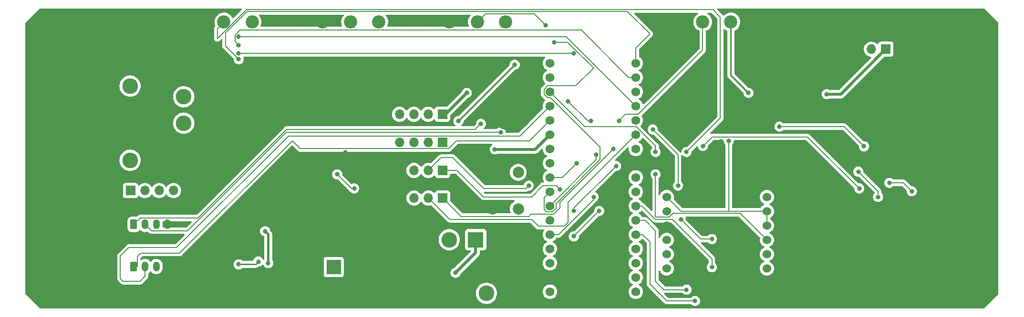
<source format=gbr>
%TF.GenerationSoftware,KiCad,Pcbnew,7.0.1-0*%
%TF.CreationDate,2023-07-02T18:57:52-05:00*%
%TF.ProjectId,Segway V3,53656777-6179-4205-9633-2e6b69636164,V1*%
%TF.SameCoordinates,Original*%
%TF.FileFunction,Copper,L2,Bot*%
%TF.FilePolarity,Positive*%
%FSLAX46Y46*%
G04 Gerber Fmt 4.6, Leading zero omitted, Abs format (unit mm)*
G04 Created by KiCad (PCBNEW 7.0.1-0) date 2023-07-02 18:57:52*
%MOMM*%
%LPD*%
G01*
G04 APERTURE LIST*
G04 Aperture macros list*
%AMRoundRect*
0 Rectangle with rounded corners*
0 $1 Rounding radius*
0 $2 $3 $4 $5 $6 $7 $8 $9 X,Y pos of 4 corners*
0 Add a 4 corners polygon primitive as box body*
4,1,4,$2,$3,$4,$5,$6,$7,$8,$9,$2,$3,0*
0 Add four circle primitives for the rounded corners*
1,1,$1+$1,$2,$3*
1,1,$1+$1,$4,$5*
1,1,$1+$1,$6,$7*
1,1,$1+$1,$8,$9*
0 Add four rect primitives between the rounded corners*
20,1,$1+$1,$2,$3,$4,$5,0*
20,1,$1+$1,$4,$5,$6,$7,0*
20,1,$1+$1,$6,$7,$8,$9,0*
20,1,$1+$1,$8,$9,$2,$3,0*%
G04 Aperture macros list end*
%TA.AperFunction,ComponentPad*%
%ADD10C,2.340000*%
%TD*%
%TA.AperFunction,ComponentPad*%
%ADD11R,1.700000X1.700000*%
%TD*%
%TA.AperFunction,ComponentPad*%
%ADD12O,1.700000X1.700000*%
%TD*%
%TA.AperFunction,ComponentPad*%
%ADD13C,2.000000*%
%TD*%
%TA.AperFunction,ComponentPad*%
%ADD14C,7.500000*%
%TD*%
%TA.AperFunction,ComponentPad*%
%ADD15C,1.524000*%
%TD*%
%TA.AperFunction,ComponentPad*%
%ADD16RoundRect,0.250000X-0.350000X-0.625000X0.350000X-0.625000X0.350000X0.625000X-0.350000X0.625000X0*%
%TD*%
%TA.AperFunction,ComponentPad*%
%ADD17O,1.200000X1.750000*%
%TD*%
%TA.AperFunction,ComponentPad*%
%ADD18C,2.600000*%
%TD*%
%TA.AperFunction,ComponentPad*%
%ADD19R,2.600000X2.600000*%
%TD*%
%TA.AperFunction,ComponentPad*%
%ADD20C,2.775000*%
%TD*%
%TA.AperFunction,ComponentPad*%
%ADD21R,2.775000X2.775000*%
%TD*%
%TA.AperFunction,ComponentPad*%
%ADD22C,1.574800*%
%TD*%
%TA.AperFunction,ComponentPad*%
%ADD23R,1.473200X1.473200*%
%TD*%
%TA.AperFunction,ViaPad*%
%ADD24C,0.800000*%
%TD*%
%TA.AperFunction,Conductor*%
%ADD25C,0.127000*%
%TD*%
%TA.AperFunction,Conductor*%
%ADD26C,0.250000*%
%TD*%
%TA.AperFunction,Conductor*%
%ADD27C,0.500000*%
%TD*%
%TA.AperFunction,Conductor*%
%ADD28C,0.400000*%
%TD*%
G04 APERTURE END LIST*
D10*
%TO.P,Ki,1,1*%
%TO.N,+3.3V*%
X136380000Y-96380000D03*
%TO.P,Ki,2,2*%
%TO.N,/A1*%
X131380000Y-96380000D03*
%TO.P,Ki,3,3*%
%TO.N,GND*%
X126380000Y-96380000D03*
%TD*%
D11*
%TO.P,J2,1,Pin_1*%
%TO.N,/BUCK_5V*%
X226380000Y-101230000D03*
D12*
%TO.P,J2,2,Pin_2*%
%TO.N,Net-(J2-Pin_2)*%
X223840000Y-101230000D03*
%TO.P,J2,3,Pin_3*%
%TO.N,GND*%
X221300000Y-101230000D03*
%TD*%
D13*
%TO.P,RESET,1,1*%
%TO.N,/RST*%
X161130000Y-123130000D03*
X161130000Y-129630000D03*
%TO.P,RESET,2,2*%
%TO.N,GND*%
X156630000Y-123130000D03*
X156630000Y-129630000D03*
%TD*%
D14*
%TO.P,REF\u002A\u002A,4*%
%TO.N,GND*%
X240000000Y-136000000D03*
%TD*%
%TO.P,REF\u002A\u002A,3*%
%TO.N,GND*%
X240000000Y-104000000D03*
%TD*%
%TO.P,REF\u002A\u002A,5*%
%TO.N,GND*%
X160000000Y-112000000D03*
%TD*%
%TO.P,REF\u002A\u002A,2*%
%TO.N,GND*%
X80000000Y-136000000D03*
%TD*%
%TO.P,REF\u002A\u002A,2*%
%TO.N,GND*%
X80000000Y-104000000D03*
%TD*%
D15*
%TO.P,A1,1,Vin*%
%TO.N,+3.3V*%
X187490000Y-127530000D03*
%TO.P,A1,2,3Vo*%
%TO.N,unconnected-(A1-3Vo-Pad2)*%
X187490000Y-130070000D03*
%TO.P,A1,3,GND*%
%TO.N,GND*%
X187490000Y-132610000D03*
%TO.P,A1,4,SCL*%
%TO.N,/SCK*%
X187490000Y-135150000D03*
%TO.P,A1,5,SDA*%
%TO.N,/MISO*%
X187490000Y-137690000D03*
%TO.P,A1,6,INT*%
%TO.N,/IMU_INT*%
X187490000Y-140230000D03*
%TO.P,A1,7,BT*%
%TO.N,unconnected-(A1-BT-Pad7)*%
X205270000Y-127530000D03*
%TO.P,A1,8,P0*%
%TO.N,+3.3V*%
X205270000Y-130070000D03*
%TO.P,A1,9,P1*%
X205270000Y-132610000D03*
%TO.P,A1,10,RST*%
%TO.N,/IMU_RST*%
X205270000Y-135150000D03*
%TO.P,A1,11,DI*%
%TO.N,/MOSI*%
X205270000Y-137690000D03*
%TO.P,A1,12,CS*%
%TO.N,/IMU_CS*%
X205270000Y-140230000D03*
%TD*%
D10*
%TO.P,Kp,3,3*%
%TO.N,GND*%
X148880000Y-96380000D03*
%TO.P,Kp,2,2*%
%TO.N,/A3*%
X153880000Y-96380000D03*
%TO.P,Kp,1,1*%
%TO.N,+3.3V*%
X158880000Y-96380000D03*
%TD*%
D16*
%TO.P,E2,1,A*%
%TO.N,/HALL_R_A*%
X92880000Y-139880000D03*
D17*
%TO.P,E2,2,B*%
%TO.N,/HALL_R_B*%
X94880000Y-139880000D03*
%TO.P,E2,3,VCC*%
%TO.N,+3.3V*%
X96880000Y-139880000D03*
%TO.P,E2,4,GND*%
%TO.N,GND*%
X98880000Y-139880000D03*
%TD*%
D18*
%TO.P,J9,2,Pin_2*%
%TO.N,GND*%
X133387500Y-139975000D03*
D19*
%TO.P,J9,1,Pin_1*%
%TO.N,Net-(J9-Pin_1)*%
X128387500Y-139975000D03*
%TD*%
D11*
%TO.P,5V,1,Pin_1*%
%TO.N,/BUCK_5V*%
X147680000Y-112780000D03*
D12*
%TO.P,5V,2,Pin_2*%
X145140000Y-112780000D03*
%TO.P,5V,3,Pin_3*%
X142600000Y-112780000D03*
%TO.P,5V,4,Pin_4*%
X140060000Y-112780000D03*
%TD*%
D20*
%TO.P,SW2,S2*%
%TO.N,N/C*%
X92215000Y-107775000D03*
%TO.P,SW2,S1*%
X92215000Y-120985000D03*
%TO.P,SW2,3*%
X101745000Y-109680000D03*
%TO.P,SW2,2,B*%
%TO.N,/MOTOR_EN*%
X101745000Y-114380000D03*
D21*
%TO.P,SW2,1,A*%
%TO.N,GND*%
X101745000Y-119080000D03*
%TD*%
D11*
%TO.P,i2C,1,Pin_1*%
%TO.N,/SCL*%
X147720000Y-122780000D03*
D12*
%TO.P,i2C,2,Pin_2*%
%TO.N,/SDA*%
X145180000Y-122780000D03*
%TO.P,i2C,3,Pin_3*%
%TO.N,+3.3V*%
X142640000Y-122780000D03*
%TO.P,i2C,4,Pin_4*%
%TO.N,GND*%
X140100000Y-122780000D03*
%TD*%
D22*
%TO.P,ESP32 ProS3,34,IO35*%
%TO.N,/MOSI*%
X182000000Y-144360000D03*
%TO.P,ESP32 ProS3,33,IO37*%
%TO.N,/MISO*%
X182000000Y-141820000D03*
%TO.P,ESP32 ProS3,32,IO36*%
%TO.N,/SCK*%
X182000000Y-139280000D03*
%TO.P,ESP32 ProS3,31,IO34*%
%TO.N,/TFT_D{slash}C*%
X182000000Y-136740000D03*
%TO.P,ESP32 ProS3,30,IO9*%
%TO.N,/SCL*%
X182000000Y-134200000D03*
%TO.P,ESP32 ProS3,29,IO8*%
%TO.N,/SDA*%
X182000000Y-131660000D03*
%TO.P,ESP32 ProS3,28,IO7*%
%TO.N,/WS2812*%
X182000000Y-129120000D03*
%TO.P,ESP32 ProS3,27,IO6*%
%TO.N,/BAT_READING*%
X182000000Y-126580000D03*
%TO.P,ESP32 ProS3,26,RST*%
%TO.N,/RST*%
X182000000Y-124040000D03*
D23*
%TO.P,ESP32 ProS3,25,GND*%
%TO.N,GND*%
X182000000Y-121500000D03*
D22*
%TO.P,ESP32 ProS3,24,TX*%
%TO.N,/TX*%
X182000000Y-118960000D03*
%TO.P,ESP32 ProS3,23,RX*%
%TO.N,/RX*%
X182000000Y-116420000D03*
%TO.P,ESP32 ProS3,22,IO38*%
%TO.N,/MOTOR_EN*%
X182000000Y-113880000D03*
%TO.P,ESP32 ProS3,21,IO39*%
%TO.N,/DIR1*%
X182000000Y-111340000D03*
%TO.P,ESP32 ProS3,20,IO40*%
%TO.N,/DIR2*%
X182000000Y-108800000D03*
%TO.P,ESP32 ProS3,19,IO41*%
%TO.N,/PWM1*%
X182000000Y-106260000D03*
%TO.P,ESP32 ProS3,18,IO42*%
%TO.N,/PWM2*%
X182000000Y-103720000D03*
%TO.P,ESP32 ProS3,17,IO12*%
%TO.N,/IMU_CS*%
X166760000Y-103720000D03*
%TO.P,ESP32 ProS3,16,IO13*%
%TO.N,/IMU_INT*%
X166760000Y-106260000D03*
%TO.P,ESP32 ProS3,15,IO14*%
%TO.N,/IMU_RST*%
X166760000Y-108800000D03*
%TO.P,ESP32 ProS3,14,IO15*%
%TO.N,/HALL_R_B*%
X166760000Y-111340000D03*
%TO.P,ESP32 ProS3,13,IO16*%
%TO.N,/HALL_R_A*%
X166760000Y-113880000D03*
%TO.P,ESP32 ProS3,12,LDO2_OUT*%
%TO.N,+3.3V*%
X166760000Y-116420000D03*
%TO.P,ESP32 ProS3,11,IO0*%
%TO.N,/HALL_L_B*%
X166760000Y-118960000D03*
%TO.P,ESP32 ProS3,10,IO21*%
%TO.N,/HALL_L_A*%
X166760000Y-121500000D03*
%TO.P,ESP32 ProS3,9,IO5*%
%TO.N,/A4*%
X166760000Y-124040000D03*
%TO.P,ESP32 ProS3,8,IO4*%
%TO.N,/A3*%
X166760000Y-126580000D03*
%TO.P,ESP32 ProS3,7,IO3*%
%TO.N,/TFT_CS*%
X166760000Y-129120000D03*
%TO.P,ESP32 ProS3,6,IO2*%
%TO.N,/A1*%
X166760000Y-131660000D03*
%TO.P,ESP32 ProS3,5,IO1*%
%TO.N,/A0*%
X166760000Y-134200000D03*
%TO.P,ESP32 ProS3,4,3V3*%
%TO.N,Net-(U1-3V3)*%
X166760000Y-136740000D03*
%TO.P,ESP32 ProS3,3,5V*%
%TO.N,+5V*%
X166760000Y-139280000D03*
D23*
%TO.P,ESP32 ProS3,2,GND*%
%TO.N,GND*%
X166760000Y-141820000D03*
D22*
%TO.P,ESP32 ProS3,1,VBAT*%
%TO.N,unconnected-(U1-VBAT-Pad1)*%
X166760000Y-144360000D03*
%TD*%
D10*
%TO.P,POT4,3,3*%
%TO.N,GND*%
X188880000Y-96380000D03*
%TO.P,POT4,2,2*%
%TO.N,/A4*%
X193880000Y-96380000D03*
%TO.P,POT4,1,1*%
%TO.N,+3.3V*%
X198880000Y-96380000D03*
%TD*%
D11*
%TO.P,J8,1,Pin_1*%
%TO.N,/DIR1*%
X92305000Y-126380000D03*
D12*
%TO.P,J8,2,Pin_2*%
%TO.N,/PWM1*%
X94845000Y-126380000D03*
%TO.P,J8,3,Pin_3*%
%TO.N,/DIR2*%
X97385000Y-126380000D03*
%TO.P,J8,4,Pin_4*%
%TO.N,/PWM2*%
X99925000Y-126380000D03*
%TO.P,J8,5,Pin_5*%
%TO.N,GND*%
X102465000Y-126380000D03*
%TD*%
D11*
%TO.P,UART,1,Pin_1*%
%TO.N,/TX*%
X147720000Y-127680000D03*
D12*
%TO.P,UART,2,Pin_2*%
%TO.N,/RX*%
X145180000Y-127680000D03*
%TO.P,UART,3,Pin_3*%
%TO.N,+3.3V*%
X142640000Y-127680000D03*
%TO.P,UART,4,Pin_4*%
%TO.N,GND*%
X140100000Y-127680000D03*
%TD*%
D11*
%TO.P,3.3V,1,Pin_1*%
%TO.N,+3.3V*%
X147680000Y-117780000D03*
D12*
%TO.P,3.3V,2,Pin_2*%
X145140000Y-117780000D03*
%TO.P,3.3V,3,Pin_3*%
X142600000Y-117780000D03*
%TO.P,3.3V,4,Pin_4*%
X140060000Y-117780000D03*
%TD*%
D16*
%TO.P,E1,1,A*%
%TO.N,/HALL_L_A*%
X92880000Y-132380000D03*
D17*
%TO.P,E1,2,B*%
%TO.N,/HALL_L_B*%
X94880000Y-132380000D03*
%TO.P,E1,3,VCC*%
%TO.N,+3.3V*%
X96880000Y-132380000D03*
%TO.P,E1,4,GND*%
%TO.N,GND*%
X98880000Y-132380000D03*
%TD*%
D12*
%TO.P,GND,4,Pin_4*%
%TO.N,GND*%
X140060000Y-107780000D03*
%TO.P,GND,3,Pin_3*%
X142600000Y-107780000D03*
%TO.P,GND,2,Pin_2*%
X145140000Y-107780000D03*
D11*
%TO.P,GND,1,Pin_1*%
X147680000Y-107780000D03*
%TD*%
D20*
%TO.P,S1,S2*%
%TO.N,GND*%
X142275000Y-144645000D03*
%TO.P,S1,S1*%
%TO.N,N/C*%
X155485000Y-144645000D03*
%TO.P,S1,3*%
%TO.N,GND*%
X144180000Y-135115000D03*
%TO.P,S1,2*%
%TO.N,/PWR_EN*%
X148880000Y-135115000D03*
D21*
%TO.P,S1,1*%
%TO.N,/VBAT*%
X153580000Y-135115000D03*
%TD*%
D10*
%TO.P,Kd,3,3*%
%TO.N,GND*%
X103880000Y-96380000D03*
%TO.P,Kd,2,2*%
%TO.N,/A0*%
X108880000Y-96380000D03*
%TO.P,Kd,1,1*%
%TO.N,+3.3V*%
X113880000Y-96380000D03*
%TD*%
D24*
%TO.N,GND*%
X218000000Y-101000000D03*
X140500000Y-120500000D03*
X144500000Y-120500000D03*
X85000000Y-145000000D03*
X82500000Y-142500000D03*
X82500000Y-145000000D03*
X80000000Y-142500000D03*
X80000000Y-145000000D03*
X77500000Y-145000000D03*
X75000000Y-145000000D03*
X75000000Y-142500000D03*
X77500000Y-142500000D03*
X77500000Y-140000000D03*
X75000000Y-140000000D03*
X75000000Y-137500000D03*
X75000000Y-135000000D03*
X75000000Y-132500000D03*
X90000000Y-105000000D03*
X92500000Y-102500000D03*
X90000000Y-102500000D03*
X90000000Y-100000000D03*
X92500000Y-100000000D03*
X95000000Y-100000000D03*
X95000000Y-97500000D03*
X95000000Y-95000000D03*
X92500000Y-95000000D03*
X90000000Y-95000000D03*
X90000000Y-97500000D03*
X92500000Y-97500000D03*
X87500000Y-97500000D03*
X87500000Y-95000000D03*
X85000000Y-95000000D03*
X82500000Y-95000000D03*
X80000000Y-95000000D03*
X77500000Y-95000000D03*
X75000000Y-105000000D03*
X75000000Y-102500000D03*
X75000000Y-100000000D03*
X77500000Y-100000000D03*
X75000000Y-97500000D03*
X77500000Y-97500000D03*
X80000000Y-97500000D03*
X82500000Y-97500000D03*
X85000000Y-97500000D03*
X85000000Y-100000000D03*
X87500000Y-100000000D03*
X87500000Y-102500000D03*
X85000000Y-102500000D03*
X85000000Y-105000000D03*
X87500000Y-105000000D03*
X87500000Y-107500000D03*
X87500000Y-110000000D03*
X85000000Y-107500000D03*
X75000000Y-107500000D03*
X75000000Y-110000000D03*
X77500000Y-110000000D03*
X80000000Y-110000000D03*
X82500000Y-110000000D03*
X85000000Y-110000000D03*
X85000000Y-120000000D03*
X85000000Y-117500000D03*
X85000000Y-115000000D03*
X85000000Y-112500000D03*
X82500000Y-112500000D03*
X80000000Y-112500000D03*
X77500000Y-112500000D03*
X75000000Y-112500000D03*
X75000000Y-115000000D03*
X75000000Y-117500000D03*
X75000000Y-120000000D03*
X75000000Y-122500000D03*
X75000000Y-125000000D03*
X75000000Y-127500000D03*
X75000000Y-130000000D03*
X77500000Y-130000000D03*
X80000000Y-130000000D03*
X82500000Y-130000000D03*
X82500000Y-127500000D03*
X80000000Y-127500000D03*
X77500000Y-127500000D03*
X137500000Y-137500000D03*
X137500000Y-140000000D03*
X137500000Y-142500000D03*
X137500000Y-145000000D03*
X122500000Y-137500000D03*
X122500000Y-135000000D03*
X122500000Y-140000000D03*
X122500000Y-142500000D03*
X122500000Y-145000000D03*
X135000000Y-125000000D03*
X135000000Y-122500000D03*
X177500000Y-137500000D03*
X175000000Y-137500000D03*
X172500000Y-137500000D03*
X200000000Y-137500000D03*
X200000000Y-140000000D03*
X195000000Y-142500000D03*
X197500000Y-132500000D03*
X197500000Y-122500000D03*
X200000000Y-125000000D03*
X200000000Y-122500000D03*
X200000000Y-120000000D03*
X205000000Y-120000000D03*
X205000000Y-122500000D03*
X205000000Y-125000000D03*
X205000000Y-115000000D03*
X202500000Y-112500000D03*
X202500000Y-115000000D03*
X192500000Y-105000000D03*
X195000000Y-105000000D03*
X195000000Y-107500000D03*
X192500000Y-107500000D03*
X190000000Y-107500000D03*
X187500000Y-105000000D03*
X190000000Y-102500000D03*
X187500000Y-102500000D03*
X185000000Y-102500000D03*
X185000000Y-105000000D03*
X185000000Y-107500000D03*
X180000000Y-145000000D03*
X177500000Y-145000000D03*
X175000000Y-145000000D03*
X172500000Y-145000000D03*
X170000000Y-145000000D03*
X170000000Y-142500000D03*
X172500000Y-142500000D03*
X175000000Y-142500000D03*
X177500000Y-142500000D03*
X180000000Y-142500000D03*
X180000000Y-140000000D03*
X177500000Y-140000000D03*
X175000000Y-140000000D03*
X172500000Y-140000000D03*
X170000000Y-140000000D03*
X106750000Y-104750000D03*
X108150000Y-104750000D03*
X109400000Y-104750000D03*
X126500000Y-106100000D03*
X126250000Y-106950000D03*
X125500000Y-107800000D03*
X124650000Y-108500000D03*
X123600000Y-108500000D03*
X122500000Y-108400000D03*
X121500000Y-108200000D03*
X120600000Y-107700000D03*
X120250000Y-106650000D03*
X124000000Y-104000000D03*
X124000000Y-105050000D03*
X123950000Y-106150000D03*
X122200000Y-106100000D03*
X122250000Y-105050000D03*
X122250000Y-104050000D03*
X142000000Y-96000000D03*
X186000000Y-98000000D03*
X186000000Y-96000000D03*
X77500000Y-115000000D03*
X82500000Y-115000000D03*
X80000000Y-115000000D03*
X77500000Y-125000000D03*
X80000000Y-125000000D03*
X82500000Y-125000000D03*
X82500000Y-122500000D03*
X80000000Y-122500000D03*
X77500000Y-122500000D03*
X77500000Y-120000000D03*
X80000000Y-120000000D03*
X82500000Y-120000000D03*
X82500000Y-117500000D03*
X80000000Y-117500000D03*
X77500000Y-117500000D03*
X99000000Y-135000000D03*
X106000000Y-127000000D03*
X104000000Y-129000000D03*
X104000000Y-136000000D03*
X107000000Y-133000000D03*
X112000000Y-119000000D03*
X112000000Y-121000000D03*
X114000000Y-128000000D03*
X108000000Y-125000000D03*
X110000000Y-130000000D03*
X216000000Y-97000000D03*
X216000000Y-96000000D03*
X215000000Y-96000000D03*
X215000000Y-97000000D03*
X214000000Y-97000000D03*
X214000000Y-96000000D03*
X213000000Y-96000000D03*
X213000000Y-97000000D03*
X212000000Y-97000000D03*
X212000000Y-96000000D03*
X211000000Y-96000000D03*
X211000000Y-97000000D03*
X210000000Y-97000000D03*
X210000000Y-96000000D03*
X213000000Y-124000000D03*
X213000000Y-134000000D03*
X211000000Y-142000000D03*
X224500000Y-135500000D03*
X226500000Y-128000000D03*
X225000000Y-123500000D03*
X222500000Y-121500000D03*
X126000000Y-126500000D03*
X126000000Y-125500000D03*
X126000000Y-124500000D03*
X126000000Y-123500000D03*
X129000000Y-120000000D03*
%TO.N,+5V*%
X111500000Y-139500000D03*
%TO.N,+3.3V*%
X202000000Y-109000000D03*
%TO.N,+5V*%
X115000000Y-139000000D03*
%TO.N,/SDA*%
X191000000Y-144000000D03*
%TO.N,/SCL*%
X231000000Y-126500000D03*
%TO.N,/SC0*%
X221500000Y-123000000D03*
%TO.N,/SCL*%
X227000000Y-125000000D03*
%TO.N,/SC0*%
X225000000Y-127500000D03*
%TO.N,/BUCK_5V*%
X152000000Y-109000000D03*
%TO.N,/SCL*%
X192500000Y-146000000D03*
%TO.N,/IMU_RST*%
X185500000Y-119500000D03*
X185500000Y-123500000D03*
%TO.N,/A1*%
X174000000Y-114000000D03*
X171000000Y-130000000D03*
X170000000Y-110500000D03*
X178500000Y-122000000D03*
%TO.N,+3.3V*%
X156966250Y-119033750D03*
X150500000Y-114000000D03*
X160500000Y-104000000D03*
%TO.N,/A0*%
X174500000Y-127500000D03*
X191000000Y-119500000D03*
%TO.N,/A3*%
X167500000Y-99973500D03*
X166000000Y-97000000D03*
%TO.N,/A4*%
X171500000Y-121500000D03*
X179000000Y-114000000D03*
%TO.N,/BAT_READING*%
X171000000Y-134500000D03*
X175500000Y-130000000D03*
%TO.N,/VBAT*%
X150000000Y-141000000D03*
%TO.N,+3.3V*%
X222500000Y-118500000D03*
X207500000Y-115000000D03*
%TO.N,/IMU_INT*%
X195500000Y-135000000D03*
X190000000Y-131500000D03*
X185000000Y-115500000D03*
X189500000Y-125500000D03*
%TO.N,/RST*%
X193930798Y-118430798D03*
X221663000Y-126000000D03*
%TO.N,GND*%
X222000000Y-133000000D03*
%TO.N,/HALL_L_B*%
X158000000Y-116000000D03*
%TO.N,/HALL_L_A*%
X154500000Y-114500000D03*
%TO.N,/DIR2*%
X171000000Y-102000000D03*
%TO.N,/DIR1*%
X111500000Y-99000000D03*
%TO.N,/PWM2*%
X111500000Y-103000000D03*
%TO.N,/PWM1*%
X111500000Y-100500000D03*
%TO.N,/DIR2*%
X111500000Y-102000000D03*
%TO.N,/SDA*%
X163000000Y-125500000D03*
%TO.N,/TX*%
X178000000Y-119000000D03*
%TO.N,/SCL*%
X168500000Y-126163000D03*
%TO.N,/TFT_CS*%
X175000000Y-120000000D03*
%TO.N,/PWR_EN*%
X129000000Y-123500000D03*
X132000000Y-126000000D03*
%TO.N,/WS2812*%
X195500000Y-140000000D03*
%TO.N,+3.3V*%
X198500000Y-117500000D03*
%TO.N,GND*%
X197100000Y-117600000D03*
%TO.N,/BUCK_5V*%
X215900000Y-109220000D03*
%TO.N,GND*%
X130400000Y-119600000D03*
X116300000Y-125300000D03*
X119900000Y-139600000D03*
X119900000Y-134600000D03*
%TO.N,/BUCK_5V*%
X116756350Y-139256350D03*
X116200000Y-133600000D03*
%TD*%
D25*
%TO.N,/PWM1*%
X182000000Y-106260000D02*
X180760000Y-106260000D01*
X172313500Y-97813500D02*
X111748169Y-97813500D01*
X180760000Y-106260000D02*
X172313500Y-97813500D01*
X111748169Y-97813500D02*
X110836500Y-98725169D01*
X110836500Y-98725169D02*
X110836500Y-99836500D01*
X110836500Y-99836500D02*
X111500000Y-100500000D01*
%TO.N,/A0*%
X197000000Y-95500000D02*
X197000000Y-113500000D01*
D26*
%TO.N,+3.3V*%
X198880000Y-105880000D02*
X202000000Y-109000000D01*
D27*
%TO.N,/BUCK_5V*%
X152000000Y-109000000D02*
X148220000Y-112780000D01*
D26*
%TO.N,+5V*%
X111500000Y-139500000D02*
X114500000Y-139500000D01*
D25*
%TO.N,+3.3V*%
X205270000Y-130070000D02*
X190030000Y-130070000D01*
X205270000Y-132610000D02*
X205270000Y-130070000D01*
%TO.N,/SCL*%
X183200000Y-134200000D02*
X184500000Y-135500000D01*
X184500000Y-135500000D02*
X184500000Y-143000000D01*
X184500000Y-143000000D02*
X187500000Y-146000000D01*
X187500000Y-146000000D02*
X192500000Y-146000000D01*
%TO.N,/SDA*%
X185500000Y-142500000D02*
X187000000Y-144000000D01*
X182000000Y-131660000D02*
X183660000Y-131660000D01*
%TO.N,/SCL*%
X229500000Y-125000000D02*
X227000000Y-125000000D01*
X231000000Y-126500000D02*
X229500000Y-125000000D01*
%TO.N,/SDA*%
X187000000Y-144000000D02*
X191000000Y-144000000D01*
D26*
%TO.N,+3.3V*%
X198880000Y-96380000D02*
X198880000Y-105880000D01*
D25*
%TO.N,/SDA*%
X183660000Y-131660000D02*
X185500000Y-133500000D01*
%TO.N,/SC0*%
X225000000Y-126500000D02*
X225000000Y-127500000D01*
%TO.N,/SDA*%
X185500000Y-133500000D02*
X185500000Y-142500000D01*
%TO.N,/SC0*%
X221500000Y-123000000D02*
X225000000Y-126500000D01*
%TO.N,/SCL*%
X182000000Y-134200000D02*
X183200000Y-134200000D01*
%TO.N,+3.3V*%
X190030000Y-130070000D02*
X187490000Y-127530000D01*
D26*
%TO.N,+5V*%
X114500000Y-139500000D02*
X115000000Y-139000000D01*
D27*
%TO.N,/BUCK_5V*%
X148220000Y-112780000D02*
X147680000Y-112780000D01*
D25*
%TO.N,/IMU_RST*%
X185500000Y-123500000D02*
X185500000Y-131000000D01*
X185500000Y-118500000D02*
X185500000Y-119500000D01*
X185557948Y-118491750D02*
X185508250Y-118491750D01*
X185508250Y-118491750D02*
X185500000Y-118500000D01*
%TO.N,/A1*%
X171000000Y-129500000D02*
X171000000Y-130000000D01*
X178500000Y-122000000D02*
X171000000Y-129500000D01*
X173500000Y-114000000D02*
X174000000Y-114000000D01*
X170000000Y-110500000D02*
X173500000Y-114000000D01*
D27*
%TO.N,+3.3V*%
X166760000Y-116420000D02*
X164146250Y-119033750D01*
X164146250Y-119033750D02*
X156966250Y-119033750D01*
D25*
%TO.N,/HALL_R_A*%
X93500000Y-139880000D02*
X93500000Y-138131914D01*
X93500000Y-138131914D02*
X94131914Y-137500000D01*
X94131914Y-137500000D02*
X101000000Y-137500000D01*
X92880000Y-139880000D02*
X93500000Y-139880000D01*
X101000000Y-137500000D02*
X121000000Y-117500000D01*
X121000000Y-117500000D02*
X122393500Y-118893500D01*
X122393500Y-118893500D02*
X148793500Y-118893500D01*
X148793500Y-118893500D02*
X150187000Y-117500000D01*
X150187000Y-117500000D02*
X163140000Y-117500000D01*
X163140000Y-117500000D02*
X166760000Y-113880000D01*
D26*
%TO.N,+3.3V*%
X160500000Y-104000000D02*
X150500000Y-114000000D01*
D25*
%TO.N,/A0*%
X195673000Y-94173000D02*
X197000000Y-95500000D01*
X197000000Y-113500000D02*
X191000000Y-119500000D01*
X107710001Y-97549999D02*
X107710001Y-99327551D01*
X107710001Y-99327551D02*
X112864552Y-94173000D01*
X112864552Y-94173000D02*
X195673000Y-94173000D01*
X108880000Y-96380000D02*
X107710001Y-97549999D01*
X174500000Y-127500000D02*
X174500000Y-127962448D01*
X174500000Y-127962448D02*
X168262448Y-134200000D01*
X168262448Y-134200000D02*
X166760000Y-134200000D01*
%TO.N,/A3*%
X163946500Y-94946500D02*
X166000000Y-97000000D01*
X167810900Y-128684702D02*
X167810900Y-129555298D01*
X153880000Y-96380000D02*
X155313500Y-94946500D01*
X174500000Y-104561669D02*
X171312569Y-107749100D01*
X155313500Y-94946500D02*
X163946500Y-94946500D01*
X165709100Y-108364702D02*
X165709100Y-109235298D01*
X167500000Y-99973500D02*
X169911831Y-99973500D01*
X165709100Y-127630900D02*
X166760000Y-126580000D01*
X169911831Y-99973500D02*
X174500000Y-104561669D01*
X171312569Y-107749100D02*
X166324702Y-107749100D01*
X166324702Y-107749100D02*
X165709100Y-108364702D01*
X165709100Y-109235298D02*
X166324702Y-109850900D01*
X166324702Y-109850900D02*
X166850900Y-109850900D01*
X166850900Y-109850900D02*
X175663500Y-118663500D01*
X175663500Y-118663500D02*
X175663500Y-120832102D01*
X175663500Y-120832102D02*
X167810900Y-128684702D01*
X167810900Y-129555298D02*
X167195298Y-130170900D01*
X167195298Y-130170900D02*
X166170900Y-130170900D01*
X166170900Y-130170900D02*
X165709100Y-129709100D01*
X165709100Y-129709100D02*
X165709100Y-127630900D01*
%TO.N,/A4*%
X193880000Y-101384398D02*
X182435298Y-112829100D01*
X193880000Y-96380000D02*
X193880000Y-101384398D01*
X182435298Y-112829100D02*
X180170900Y-112829100D01*
X180170900Y-112829100D02*
X179000000Y-114000000D01*
X171500000Y-121500000D02*
X168960000Y-124040000D01*
X168960000Y-124040000D02*
X166760000Y-124040000D01*
%TO.N,/BAT_READING*%
X175500000Y-130000000D02*
X171000000Y-134500000D01*
%TO.N,GND*%
X162000000Y-134000000D02*
X162500000Y-134500000D01*
D27*
%TO.N,/VBAT*%
X150000000Y-141000000D02*
X153580000Y-137420000D01*
X153580000Y-137420000D02*
X153580000Y-135115000D01*
D25*
%TO.N,/IMU_RST*%
X205270000Y-135150000D02*
X200517000Y-130397000D01*
X187914777Y-131095500D02*
X185557948Y-131095500D01*
X200517000Y-130397000D02*
X188613277Y-130397000D01*
X185557948Y-118491750D02*
X182066198Y-115000000D01*
X188613277Y-130397000D02*
X187914777Y-131095500D01*
X182066198Y-115000000D02*
X172960000Y-115000000D01*
X172960000Y-115000000D02*
X166760000Y-108800000D01*
%TO.N,+3.3V*%
X219000000Y-115000000D02*
X222500000Y-118500000D01*
X207500000Y-115000000D02*
X219000000Y-115000000D01*
%TO.N,/IMU_INT*%
X193500000Y-135000000D02*
X195500000Y-135000000D01*
X189500000Y-120000000D02*
X189500000Y-125500000D01*
X190000000Y-131500000D02*
X193500000Y-135000000D01*
X185000000Y-115500000D02*
X189500000Y-120000000D01*
%TO.N,/RST*%
X195525096Y-116836500D02*
X193930798Y-118430798D01*
X212499500Y-116836500D02*
X195525096Y-116836500D01*
X221663000Y-126000000D02*
X212499500Y-116836500D01*
%TO.N,/PWM2*%
X109173000Y-100673000D02*
X109173000Y-98327000D01*
X109173000Y-98327000D02*
X113000000Y-94500000D01*
X113000000Y-94500000D02*
X180500000Y-94500000D01*
X180500000Y-94500000D02*
X184500000Y-98500000D01*
X111500000Y-103000000D02*
X109173000Y-100673000D01*
X184500000Y-98500000D02*
X182000000Y-101000000D01*
X182000000Y-101000000D02*
X182000000Y-103720000D01*
%TO.N,/HALL_L_B*%
X102443948Y-133518500D02*
X119962448Y-116000000D01*
X96018500Y-133518500D02*
X102443948Y-133518500D01*
X94880000Y-132380000D02*
X96018500Y-133518500D01*
X119962448Y-116000000D02*
X158000000Y-116000000D01*
%TO.N,/HALL_L_A*%
X120000000Y-115500000D02*
X153500000Y-115500000D01*
X92880000Y-132380000D02*
X94018500Y-131241500D01*
X104258500Y-131241500D02*
X120000000Y-115500000D01*
X153500000Y-115500000D02*
X154500000Y-114500000D01*
X94018500Y-131241500D02*
X104258500Y-131241500D01*
%TO.N,/HALL_R_B*%
X94880000Y-139880000D02*
X94880000Y-141620000D01*
X94880000Y-141620000D02*
X94000000Y-142500000D01*
X94000000Y-142500000D02*
X91000000Y-142500000D01*
X91000000Y-142500000D02*
X90500000Y-142000000D01*
X90500000Y-142000000D02*
X90500000Y-138000000D01*
X100500000Y-136500000D02*
X120333500Y-116666500D01*
X90500000Y-138000000D02*
X92000000Y-136500000D01*
X92000000Y-136500000D02*
X100500000Y-136500000D01*
X120333500Y-116666500D02*
X161433500Y-116666500D01*
X161433500Y-116666500D02*
X166760000Y-111340000D01*
%TO.N,/DIR2*%
X111500000Y-102000000D02*
X171000000Y-102000000D01*
%TO.N,/DIR1*%
X111500000Y-99000000D02*
X169660000Y-99000000D01*
X169660000Y-99000000D02*
X182000000Y-111340000D01*
%TO.N,/SDA*%
X149500000Y-120500000D02*
X155000000Y-126000000D01*
X147500000Y-120500000D02*
X149500000Y-120500000D01*
X145180000Y-122780000D02*
X147460000Y-120500000D01*
X155000000Y-126000000D02*
X162500000Y-126000000D01*
X147460000Y-120500000D02*
X147500000Y-120500000D01*
X162500000Y-126000000D02*
X163000000Y-125500000D01*
%TO.N,/TX*%
X163000000Y-131000000D02*
X163390900Y-130609100D01*
X168500000Y-128500000D02*
X178000000Y-119000000D01*
X168500000Y-129500000D02*
X168500000Y-128500000D01*
X163390900Y-130609100D02*
X167390900Y-130609100D01*
X167390900Y-130609100D02*
X168500000Y-129500000D01*
%TO.N,/RX*%
X145180000Y-127680000D02*
X149000000Y-131500000D01*
X149000000Y-131500000D02*
X163500000Y-131500000D01*
X163500000Y-131500000D02*
X164710900Y-132710900D01*
X164710900Y-132710900D02*
X169289100Y-132710900D01*
X169289100Y-132710900D02*
X170000000Y-132000000D01*
X170000000Y-132000000D02*
X170000000Y-128420000D01*
X170000000Y-128420000D02*
X182000000Y-116420000D01*
%TO.N,/TX*%
X151040000Y-131000000D02*
X163000000Y-131000000D01*
X147720000Y-127680000D02*
X151040000Y-131000000D01*
%TO.N,/SCL*%
X168000000Y-125663000D02*
X168500000Y-126163000D01*
X168000000Y-125500000D02*
X168000000Y-125663000D01*
X147720000Y-122780000D02*
X150280000Y-122780000D01*
X150280000Y-122780000D02*
X155000000Y-127500000D01*
X155000000Y-127500000D02*
X163500000Y-127500000D01*
X165500000Y-125500000D02*
X168000000Y-125500000D01*
X163500000Y-127500000D02*
X165500000Y-125500000D01*
%TO.N,/TFT_CS*%
X175000000Y-120000000D02*
X175000000Y-120880000D01*
X175000000Y-120880000D02*
X166760000Y-129120000D01*
%TO.N,/PWR_EN*%
X131500000Y-126000000D02*
X129000000Y-123500000D01*
X132000000Y-126000000D02*
X131500000Y-126000000D01*
%TO.N,/WS2812*%
X188500000Y-131500000D02*
X185500000Y-131500000D01*
X185500000Y-131500000D02*
X183120000Y-129120000D01*
X183120000Y-129120000D02*
X182000000Y-129120000D01*
X195500000Y-140000000D02*
X195500000Y-138500000D01*
X195500000Y-138500000D02*
X188500000Y-131500000D01*
%TO.N,+3.3V*%
X198500000Y-130000000D02*
X198500000Y-130070000D01*
X198500000Y-117500000D02*
X198500000Y-130000000D01*
D27*
%TO.N,/BUCK_5V*%
X218390000Y-109220000D02*
X226380000Y-101230000D01*
X215900000Y-109220000D02*
X218390000Y-109220000D01*
D28*
X116756350Y-134156350D02*
X116200000Y-133600000D01*
X116756350Y-139256350D02*
X116756350Y-134156350D01*
%TD*%
%TA.AperFunction,Conductor*%
%TO.N,GND*%
G36*
X112016368Y-93994015D02*
G01*
X112060391Y-94031615D01*
X112082546Y-94085102D01*
X112078004Y-94142818D01*
X112047754Y-94192181D01*
X110575839Y-95664094D01*
X110528016Y-95693832D01*
X110471972Y-95699352D01*
X110419267Y-95679515D01*
X110380773Y-95638415D01*
X110264102Y-95436335D01*
X110107997Y-95240586D01*
X109993339Y-95134199D01*
X109924459Y-95070287D01*
X109717592Y-94929248D01*
X109691052Y-94916467D01*
X109492013Y-94820615D01*
X109411614Y-94795815D01*
X109252763Y-94746815D01*
X109005187Y-94709500D01*
X108754813Y-94709500D01*
X108507236Y-94746815D01*
X108267987Y-94820615D01*
X108042407Y-94929248D01*
X107835540Y-95070287D01*
X107652003Y-95240585D01*
X107495897Y-95436335D01*
X107370710Y-95653166D01*
X107279240Y-95886228D01*
X107223525Y-96130329D01*
X107204815Y-96380000D01*
X107223525Y-96629670D01*
X107265083Y-96811744D01*
X107279240Y-96873769D01*
X107328782Y-97000000D01*
X107334436Y-97014406D01*
X107341789Y-97077042D01*
X107317383Y-97135194D01*
X107272590Y-97193570D01*
X107272589Y-97193572D01*
X107217348Y-97265565D01*
X107160518Y-97402765D01*
X107141133Y-97549998D01*
X107144940Y-97578907D01*
X107146001Y-97595093D01*
X107146001Y-99282457D01*
X107144940Y-99298643D01*
X107141134Y-99327551D01*
X107146001Y-99364518D01*
X107160518Y-99474785D01*
X107217348Y-99611984D01*
X107307750Y-99729801D01*
X107409131Y-99807592D01*
X107425567Y-99820204D01*
X107562767Y-99877034D01*
X107710001Y-99896418D01*
X107857235Y-99877034D01*
X107994434Y-99820204D01*
X108112251Y-99729801D01*
X108130011Y-99706654D01*
X108140684Y-99694483D01*
X108397320Y-99437848D01*
X108446682Y-99407600D01*
X108504398Y-99403058D01*
X108557886Y-99425213D01*
X108595485Y-99469236D01*
X108609000Y-99525531D01*
X108609000Y-100627906D01*
X108607939Y-100644089D01*
X108604133Y-100672999D01*
X108604133Y-100673000D01*
X108609000Y-100709967D01*
X108623517Y-100820234D01*
X108680347Y-100957433D01*
X108770749Y-101075249D01*
X108793883Y-101093000D01*
X108806079Y-101103696D01*
X110562974Y-102860591D01*
X110592180Y-102906879D01*
X110598614Y-102961232D01*
X110594540Y-103000000D01*
X110602275Y-103073593D01*
X110614326Y-103188257D01*
X110672820Y-103368284D01*
X110767466Y-103532216D01*
X110894129Y-103672889D01*
X111047269Y-103784151D01*
X111220197Y-103861144D01*
X111405352Y-103900500D01*
X111405354Y-103900500D01*
X111594646Y-103900500D01*
X111594648Y-103900500D01*
X111718083Y-103874262D01*
X111779803Y-103861144D01*
X111952730Y-103784151D01*
X112105871Y-103672888D01*
X112232533Y-103532216D01*
X112327179Y-103368284D01*
X112385674Y-103188256D01*
X112405460Y-103000000D01*
X112385674Y-102811744D01*
X112357916Y-102726317D01*
X112353375Y-102668602D01*
X112375530Y-102615115D01*
X112419553Y-102577515D01*
X112475848Y-102564000D01*
X165795271Y-102564000D01*
X165851566Y-102577515D01*
X165895589Y-102615115D01*
X165917744Y-102668602D01*
X165913202Y-102726318D01*
X165882952Y-102775681D01*
X165769645Y-102888987D01*
X165640382Y-103073593D01*
X165545148Y-103277826D01*
X165486820Y-103495506D01*
X165467179Y-103720000D01*
X165486820Y-103944493D01*
X165545148Y-104162173D01*
X165640382Y-104366406D01*
X165640385Y-104366410D01*
X165769642Y-104551009D01*
X165928991Y-104710358D01*
X166034379Y-104784151D01*
X166113593Y-104839618D01*
X166195086Y-104877618D01*
X166247262Y-104923375D01*
X166266682Y-104990000D01*
X166247262Y-105056625D01*
X166195086Y-105102382D01*
X166113593Y-105140381D01*
X165928987Y-105269645D01*
X165769645Y-105428987D01*
X165640382Y-105613593D01*
X165545148Y-105817826D01*
X165486820Y-106035506D01*
X165467179Y-106259999D01*
X165486820Y-106484493D01*
X165486821Y-106484496D01*
X165540532Y-106684948D01*
X165545148Y-106702173D01*
X165640382Y-106906406D01*
X165640385Y-106906410D01*
X165769642Y-107091009D01*
X165769644Y-107091011D01*
X165769645Y-107091012D01*
X165889727Y-107211094D01*
X165921821Y-107266681D01*
X165921821Y-107330869D01*
X165889727Y-107386456D01*
X165342180Y-107934003D01*
X165329988Y-107944696D01*
X165306849Y-107962452D01*
X165271698Y-108008260D01*
X165271688Y-108008275D01*
X165216447Y-108080268D01*
X165159617Y-108217468D01*
X165140232Y-108364701D01*
X165144039Y-108393610D01*
X165145100Y-108409796D01*
X165145100Y-109190204D01*
X165144039Y-109206390D01*
X165140232Y-109235298D01*
X165145213Y-109273128D01*
X165159617Y-109382532D01*
X165216447Y-109519731D01*
X165282209Y-109605436D01*
X165282210Y-109605437D01*
X165301834Y-109631012D01*
X165306850Y-109637548D01*
X165329984Y-109655299D01*
X165342179Y-109665994D01*
X165889728Y-110213543D01*
X165921822Y-110269130D01*
X165921822Y-110333318D01*
X165889728Y-110388905D01*
X165769645Y-110508987D01*
X165640382Y-110693593D01*
X165545148Y-110897826D01*
X165486820Y-111115506D01*
X165467179Y-111340000D01*
X165486820Y-111564493D01*
X165521348Y-111693352D01*
X165521348Y-111757539D01*
X165489254Y-111813127D01*
X161236202Y-116066181D01*
X161195974Y-116093061D01*
X161148521Y-116102500D01*
X159027883Y-116102500D01*
X158969668Y-116087985D01*
X158925082Y-116047840D01*
X158904562Y-115991463D01*
X158885674Y-115811744D01*
X158848102Y-115696110D01*
X158827179Y-115631715D01*
X158732533Y-115467783D01*
X158605870Y-115327110D01*
X158452730Y-115215848D01*
X158279802Y-115138855D01*
X158094648Y-115099500D01*
X158094646Y-115099500D01*
X157905354Y-115099500D01*
X157905352Y-115099500D01*
X157720197Y-115138855D01*
X157547269Y-115215848D01*
X157394130Y-115327110D01*
X157333028Y-115394972D01*
X157291314Y-115425280D01*
X157240878Y-115436000D01*
X155125362Y-115436000D01*
X155065625Y-115420662D01*
X155020665Y-115378443D01*
X155001607Y-115319786D01*
X155013163Y-115259204D01*
X155052476Y-115211682D01*
X155105872Y-115172887D01*
X155232533Y-115032216D01*
X155327179Y-114868284D01*
X155329499Y-114861144D01*
X155385674Y-114688256D01*
X155405460Y-114500000D01*
X155385674Y-114311744D01*
X155354515Y-114215848D01*
X155327179Y-114131715D01*
X155232533Y-113967783D01*
X155105870Y-113827110D01*
X154952730Y-113715848D01*
X154779802Y-113638855D01*
X154594648Y-113599500D01*
X154594646Y-113599500D01*
X154405354Y-113599500D01*
X154405352Y-113599500D01*
X154220197Y-113638855D01*
X154047269Y-113715848D01*
X153894129Y-113827110D01*
X153767466Y-113967783D01*
X153672820Y-114131715D01*
X153614326Y-114311742D01*
X153594540Y-114500000D01*
X153598614Y-114538766D01*
X153592180Y-114593119D01*
X153562974Y-114639407D01*
X153302699Y-114899683D01*
X153262474Y-114926561D01*
X153215021Y-114936000D01*
X151125362Y-114936000D01*
X151065625Y-114920662D01*
X151020665Y-114878443D01*
X151001607Y-114819786D01*
X151013163Y-114759204D01*
X151052476Y-114711682D01*
X151105872Y-114672887D01*
X151232533Y-114532216D01*
X151327179Y-114368284D01*
X151348552Y-114302505D01*
X151385674Y-114188256D01*
X151403321Y-114020344D01*
X151414721Y-113979925D01*
X151438958Y-113945630D01*
X160447770Y-104936819D01*
X160487999Y-104909939D01*
X160535452Y-104900500D01*
X160594648Y-104900500D01*
X160718084Y-104874262D01*
X160779803Y-104861144D01*
X160952730Y-104784151D01*
X161054298Y-104710358D01*
X161105870Y-104672889D01*
X161232533Y-104532216D01*
X161327179Y-104368284D01*
X161327789Y-104366406D01*
X161385674Y-104188256D01*
X161405460Y-104000000D01*
X161385674Y-103811744D01*
X161327179Y-103631716D01*
X161327179Y-103631715D01*
X161232533Y-103467783D01*
X161105870Y-103327110D01*
X160952730Y-103215848D01*
X160779802Y-103138855D01*
X160594648Y-103099500D01*
X160594646Y-103099500D01*
X160405354Y-103099500D01*
X160405352Y-103099500D01*
X160220197Y-103138855D01*
X160047269Y-103215848D01*
X159894129Y-103327110D01*
X159767466Y-103467783D01*
X159672820Y-103631715D01*
X159614326Y-103811742D01*
X159596678Y-103979651D01*
X159585277Y-104020073D01*
X159561038Y-104054370D01*
X150552228Y-113063181D01*
X150512000Y-113090061D01*
X150464547Y-113099500D01*
X150405352Y-113099500D01*
X150220197Y-113138855D01*
X150047269Y-113215848D01*
X149894129Y-113327110D01*
X149767466Y-113467783D01*
X149672820Y-113631715D01*
X149614326Y-113811742D01*
X149594540Y-113999999D01*
X149614326Y-114188257D01*
X149672820Y-114368284D01*
X149767466Y-114532216D01*
X149894127Y-114672887D01*
X149947524Y-114711682D01*
X149986837Y-114759204D01*
X149998393Y-114819786D01*
X149979335Y-114878443D01*
X149934375Y-114920662D01*
X149874638Y-114936000D01*
X120045101Y-114936000D01*
X120028915Y-114934939D01*
X120000000Y-114931132D01*
X119999999Y-114931132D01*
X119812660Y-114955797D01*
X119770672Y-114984520D01*
X119715568Y-115007345D01*
X119597749Y-115097749D01*
X119579994Y-115120888D01*
X119569301Y-115133080D01*
X104061202Y-130641181D01*
X104020974Y-130668061D01*
X103973521Y-130677500D01*
X94063594Y-130677500D01*
X94047410Y-130676439D01*
X94018500Y-130672633D01*
X94018499Y-130672633D01*
X94000015Y-130675066D01*
X93981532Y-130677500D01*
X93926399Y-130684758D01*
X93871265Y-130692017D01*
X93734066Y-130748847D01*
X93616248Y-130839251D01*
X93598491Y-130862391D01*
X93587800Y-130874581D01*
X93483060Y-130979321D01*
X93436942Y-131008467D01*
X93382778Y-131014998D01*
X93280010Y-131004500D01*
X92479991Y-131004500D01*
X92377203Y-131015000D01*
X92210665Y-131070186D01*
X92061342Y-131162288D01*
X91937288Y-131286342D01*
X91845186Y-131435665D01*
X91790000Y-131602202D01*
X91779500Y-131704990D01*
X91779500Y-133055008D01*
X91790000Y-133157796D01*
X91845186Y-133324334D01*
X91937288Y-133473657D01*
X92061342Y-133597711D01*
X92065053Y-133600000D01*
X92210666Y-133689814D01*
X92322016Y-133726712D01*
X92377202Y-133744999D01*
X92387703Y-133746071D01*
X92479991Y-133755500D01*
X93280008Y-133755499D01*
X93382797Y-133744999D01*
X93549334Y-133689814D01*
X93698656Y-133597712D01*
X93822712Y-133473656D01*
X93861815Y-133410258D01*
X93903867Y-133368841D01*
X93960306Y-133351556D01*
X94018341Y-133362324D01*
X94064821Y-133398701D01*
X94079908Y-133417886D01*
X94216040Y-133535846D01*
X94238745Y-133555520D01*
X94401317Y-133649381D01*
X94420756Y-133660604D01*
X94484954Y-133682823D01*
X94619366Y-133729344D01*
X94649087Y-133733617D01*
X94827398Y-133759254D01*
X95037330Y-133749254D01*
X95241576Y-133699704D01*
X95273451Y-133685146D01*
X95322011Y-133673976D01*
X95371049Y-133682823D01*
X95412644Y-133710260D01*
X95587799Y-133885415D01*
X95598494Y-133897610D01*
X95616250Y-133920750D01*
X95687608Y-133975504D01*
X95734067Y-134011153D01*
X95871266Y-134067983D01*
X96001370Y-134085111D01*
X96018499Y-134087367D01*
X96018499Y-134087366D01*
X96018500Y-134087367D01*
X96047410Y-134083560D01*
X96063594Y-134082500D01*
X101820521Y-134082500D01*
X101876816Y-134096015D01*
X101920839Y-134133615D01*
X101942994Y-134187102D01*
X101938452Y-134244818D01*
X101908202Y-134294181D01*
X100302702Y-135899681D01*
X100262474Y-135926561D01*
X100215021Y-135936000D01*
X92045094Y-135936000D01*
X92028910Y-135934939D01*
X92000000Y-135931133D01*
X91999999Y-135931133D01*
X91981516Y-135933566D01*
X91963032Y-135936000D01*
X91907899Y-135943258D01*
X91852765Y-135950517D01*
X91715566Y-136007347D01*
X91597748Y-136097750D01*
X91579993Y-136120889D01*
X91569300Y-136133082D01*
X90133080Y-137569301D01*
X90120888Y-137579994D01*
X90097749Y-137597750D01*
X90062598Y-137643558D01*
X90062588Y-137643573D01*
X90007347Y-137715566D01*
X89950517Y-137852766D01*
X89931132Y-137999999D01*
X89934939Y-138028908D01*
X89936000Y-138045094D01*
X89936000Y-141954906D01*
X89934939Y-141971089D01*
X89931133Y-142000000D01*
X89936000Y-142036968D01*
X89936991Y-142044493D01*
X89950517Y-142147234D01*
X90007347Y-142284433D01*
X90097749Y-142402249D01*
X90120883Y-142420000D01*
X90133079Y-142430696D01*
X90569302Y-142866919D01*
X90579997Y-142879114D01*
X90597750Y-142902250D01*
X90604395Y-142907349D01*
X90620879Y-142919997D01*
X90620889Y-142920006D01*
X90715565Y-142992652D01*
X90715566Y-142992652D01*
X90715567Y-142992653D01*
X90852766Y-143049483D01*
X91000000Y-143068868D01*
X91028916Y-143065060D01*
X91045102Y-143064000D01*
X93954906Y-143064000D01*
X93971089Y-143065060D01*
X94000000Y-143068867D01*
X94147234Y-143049483D01*
X94284433Y-142992653D01*
X94372668Y-142924949D01*
X94372668Y-142924948D01*
X94372676Y-142924942D01*
X94376653Y-142921891D01*
X94376642Y-142921900D01*
X94395605Y-142907349D01*
X94395606Y-142907347D01*
X94402250Y-142902250D01*
X94420003Y-142879112D01*
X94430690Y-142866925D01*
X95246924Y-142050691D01*
X95259114Y-142040002D01*
X95263068Y-142036968D01*
X95282250Y-142022250D01*
X95372653Y-141904433D01*
X95429483Y-141767234D01*
X95444000Y-141656968D01*
X95448867Y-141620000D01*
X95445061Y-141591089D01*
X95444000Y-141574904D01*
X95444000Y-141322869D01*
X126587000Y-141322869D01*
X126593409Y-141382484D01*
X126607735Y-141420893D01*
X126643704Y-141517331D01*
X126729954Y-141632546D01*
X126845169Y-141718796D01*
X126980017Y-141769091D01*
X127039627Y-141775500D01*
X129735372Y-141775499D01*
X129794983Y-141769091D01*
X129929831Y-141718796D01*
X130045046Y-141632546D01*
X130131296Y-141517331D01*
X130181591Y-141382483D01*
X130188000Y-141322873D01*
X130188000Y-141000000D01*
X149094540Y-141000000D01*
X149114326Y-141188257D01*
X149172820Y-141368284D01*
X149267466Y-141532216D01*
X149394129Y-141672889D01*
X149547269Y-141784151D01*
X149720197Y-141861144D01*
X149905352Y-141900500D01*
X149905354Y-141900500D01*
X150094646Y-141900500D01*
X150094648Y-141900500D01*
X150218084Y-141874262D01*
X150279803Y-141861144D01*
X150452730Y-141784151D01*
X150605871Y-141672888D01*
X150732533Y-141532216D01*
X150827179Y-141368284D01*
X150882522Y-141197955D01*
X150912769Y-141148597D01*
X154065638Y-137995727D01*
X154079256Y-137983957D01*
X154098530Y-137969610D01*
X154130384Y-137931647D01*
X154137671Y-137923694D01*
X154141591Y-137919776D01*
X154160820Y-137895454D01*
X154163077Y-137892685D01*
X154174464Y-137879115D01*
X154211302Y-137835214D01*
X154211303Y-137835211D01*
X154212115Y-137834244D01*
X154222573Y-137817828D01*
X154223107Y-137816680D01*
X154223111Y-137816677D01*
X154254845Y-137748621D01*
X154256371Y-137745470D01*
X154290040Y-137678433D01*
X154290040Y-137678431D01*
X154290609Y-137677299D01*
X154297000Y-137658914D01*
X154297256Y-137657674D01*
X154297257Y-137657672D01*
X154312434Y-137584166D01*
X154313201Y-137580708D01*
X154330500Y-137507721D01*
X154330791Y-137506493D01*
X154332770Y-137487120D01*
X154332733Y-137485858D01*
X154332734Y-137485855D01*
X154330552Y-137410868D01*
X154330500Y-137407262D01*
X154330500Y-137126999D01*
X154347113Y-137064999D01*
X154392500Y-137019612D01*
X154454500Y-137002999D01*
X155015370Y-137002999D01*
X155015372Y-137002999D01*
X155074983Y-136996591D01*
X155209831Y-136946296D01*
X155325046Y-136860046D01*
X155411296Y-136744831D01*
X155461591Y-136609983D01*
X155468000Y-136550373D01*
X155467999Y-133679628D01*
X155461591Y-133620017D01*
X155411296Y-133485169D01*
X155325046Y-133369954D01*
X155209831Y-133283704D01*
X155074983Y-133233409D01*
X155015373Y-133227000D01*
X155015369Y-133227000D01*
X152144630Y-133227000D01*
X152085015Y-133233409D01*
X151950169Y-133283704D01*
X151834954Y-133369954D01*
X151748704Y-133485168D01*
X151698409Y-133620015D01*
X151698409Y-133620017D01*
X151694046Y-133660603D01*
X151692000Y-133679630D01*
X151692000Y-136550369D01*
X151696526Y-136592466D01*
X151698409Y-136609983D01*
X151748704Y-136744831D01*
X151834954Y-136860046D01*
X151950169Y-136946296D01*
X152085017Y-136996591D01*
X152144627Y-137003000D01*
X152636271Y-137003000D01*
X152692566Y-137016515D01*
X152736589Y-137054115D01*
X152758744Y-137107602D01*
X152754202Y-137165318D01*
X152723952Y-137214681D01*
X149847228Y-140091402D01*
X149818715Y-140112694D01*
X149785330Y-140125011D01*
X149720197Y-140138856D01*
X149547267Y-140215849D01*
X149394129Y-140327110D01*
X149267466Y-140467783D01*
X149172820Y-140631715D01*
X149114326Y-140811742D01*
X149094540Y-141000000D01*
X130188000Y-141000000D01*
X130187999Y-138627128D01*
X130181591Y-138567517D01*
X130131296Y-138432669D01*
X130045046Y-138317454D01*
X129929831Y-138231204D01*
X129794983Y-138180909D01*
X129735373Y-138174500D01*
X129735369Y-138174500D01*
X127039630Y-138174500D01*
X126980015Y-138180909D01*
X126845169Y-138231204D01*
X126729954Y-138317454D01*
X126643704Y-138432668D01*
X126593409Y-138567515D01*
X126593409Y-138567517D01*
X126587013Y-138627011D01*
X126587000Y-138627130D01*
X126587000Y-141322869D01*
X95444000Y-141322869D01*
X95444000Y-141168314D01*
X95457784Y-141111494D01*
X95496073Y-141067307D01*
X95544239Y-141033007D01*
X95603952Y-140990486D01*
X95748986Y-140838378D01*
X95775542Y-140797055D01*
X95817855Y-140756710D01*
X95873955Y-140740237D01*
X95931367Y-140751302D01*
X95977326Y-140787444D01*
X96079908Y-140917886D01*
X96238745Y-141055520D01*
X96337259Y-141112397D01*
X96420756Y-141160604D01*
X96500651Y-141188256D01*
X96619366Y-141229344D01*
X96654298Y-141234366D01*
X96827398Y-141259254D01*
X97037330Y-141249254D01*
X97241576Y-141199704D01*
X97298751Y-141173593D01*
X97432752Y-141112397D01*
X97467360Y-141087752D01*
X97603952Y-140990486D01*
X97748986Y-140838378D01*
X97859647Y-140666187D01*
X97862612Y-140661574D01*
X97864124Y-140657797D01*
X97940725Y-140466457D01*
X97970556Y-140311678D01*
X97980500Y-140260086D01*
X97980500Y-139552580D01*
X97980500Y-139552575D01*
X97975480Y-139500000D01*
X110594540Y-139500000D01*
X110614326Y-139688257D01*
X110672820Y-139868284D01*
X110767466Y-140032216D01*
X110894129Y-140172889D01*
X111047269Y-140284151D01*
X111220197Y-140361144D01*
X111405352Y-140400500D01*
X111405354Y-140400500D01*
X111594646Y-140400500D01*
X111594648Y-140400500D01*
X111718083Y-140374262D01*
X111779803Y-140361144D01*
X111952730Y-140284151D01*
X112105871Y-140172888D01*
X112111598Y-140166526D01*
X112153312Y-140136220D01*
X112203747Y-140125500D01*
X114417256Y-140125500D01*
X114437762Y-140127764D01*
X114440665Y-140127672D01*
X114440667Y-140127673D01*
X114507872Y-140125561D01*
X114511768Y-140125500D01*
X114539349Y-140125500D01*
X114539350Y-140125500D01*
X114543319Y-140124998D01*
X114554965Y-140124080D01*
X114598627Y-140122709D01*
X114617859Y-140117120D01*
X114636918Y-140113174D01*
X114643196Y-140112381D01*
X114656792Y-140110664D01*
X114697407Y-140094582D01*
X114708444Y-140090803D01*
X114750390Y-140078618D01*
X114767629Y-140068422D01*
X114785102Y-140059862D01*
X114803732Y-140052486D01*
X114839064Y-140026814D01*
X114848830Y-140020400D01*
X114850622Y-140019340D01*
X114886420Y-139998170D01*
X114900585Y-139984004D01*
X114915373Y-139971373D01*
X114931587Y-139959594D01*
X114937611Y-139952311D01*
X114943279Y-139945461D01*
X114986027Y-139912302D01*
X115038824Y-139900500D01*
X115094648Y-139900500D01*
X115218084Y-139874262D01*
X115279803Y-139861144D01*
X115452730Y-139784151D01*
X115538040Y-139722170D01*
X115605870Y-139672889D01*
X115642943Y-139631716D01*
X115711250Y-139555852D01*
X115765082Y-139520894D01*
X115829181Y-139517535D01*
X115886372Y-139546675D01*
X115921331Y-139600506D01*
X115929171Y-139624635D01*
X116023816Y-139788566D01*
X116150479Y-139929239D01*
X116303619Y-140040501D01*
X116476547Y-140117494D01*
X116661702Y-140156850D01*
X116661704Y-140156850D01*
X116850996Y-140156850D01*
X116850998Y-140156850D01*
X117011618Y-140122709D01*
X117036153Y-140117494D01*
X117209080Y-140040501D01*
X117220483Y-140032216D01*
X117362220Y-139929239D01*
X117488883Y-139788566D01*
X117583529Y-139624634D01*
X117606941Y-139552580D01*
X117642024Y-139444606D01*
X117661810Y-139256350D01*
X117642024Y-139068094D01*
X117606032Y-138957323D01*
X117583529Y-138888065D01*
X117488883Y-138724133D01*
X117488700Y-138723930D01*
X117465086Y-138685395D01*
X117456850Y-138640958D01*
X117456850Y-135114999D01*
X146987176Y-135114999D01*
X147006443Y-135384377D01*
X147063848Y-135648265D01*
X147063850Y-135648270D01*
X147158228Y-135901307D01*
X147177172Y-135936000D01*
X147287654Y-136138335D01*
X147368578Y-136246436D01*
X147449500Y-136354535D01*
X147640465Y-136545500D01*
X147802613Y-136666882D01*
X147856664Y-136707345D01*
X147925315Y-136744831D01*
X148093693Y-136836772D01*
X148346730Y-136931150D01*
X148346733Y-136931150D01*
X148346734Y-136931151D01*
X148384291Y-136939321D01*
X148610623Y-136988557D01*
X148880000Y-137007823D01*
X149149377Y-136988557D01*
X149413270Y-136931150D01*
X149666307Y-136836772D01*
X149903337Y-136707344D01*
X150119535Y-136545500D01*
X150310500Y-136354535D01*
X150472344Y-136138337D01*
X150601772Y-135901307D01*
X150696150Y-135648270D01*
X150753557Y-135384377D01*
X150772823Y-135115000D01*
X150753557Y-134845623D01*
X150700614Y-134602250D01*
X150696151Y-134581734D01*
X150696150Y-134581730D01*
X150601772Y-134328693D01*
X150498113Y-134138855D01*
X150472345Y-134091664D01*
X150385388Y-133975504D01*
X150310500Y-133875465D01*
X150119535Y-133684500D01*
X150002685Y-133597027D01*
X149903335Y-133522654D01*
X149711465Y-133417886D01*
X149666307Y-133393228D01*
X149413270Y-133298850D01*
X149413265Y-133298848D01*
X149149377Y-133241443D01*
X148880000Y-133222176D01*
X148610622Y-133241443D01*
X148346734Y-133298848D01*
X148220211Y-133346039D01*
X148093693Y-133393228D01*
X148093690Y-133393229D01*
X148093689Y-133393230D01*
X147856664Y-133522654D01*
X147640462Y-133684502D01*
X147449502Y-133875462D01*
X147287654Y-134091664D01*
X147188699Y-134272889D01*
X147158228Y-134328693D01*
X147122495Y-134424496D01*
X147063848Y-134581734D01*
X147006443Y-134845622D01*
X146987176Y-135114999D01*
X117456850Y-135114999D01*
X117456850Y-134181271D01*
X117457076Y-134173784D01*
X117457277Y-134170452D01*
X117460708Y-134113744D01*
X117449857Y-134054535D01*
X117448740Y-134047191D01*
X117441490Y-133987478D01*
X117437897Y-133978006D01*
X117431872Y-133956394D01*
X117430045Y-133946419D01*
X117405359Y-133891570D01*
X117402502Y-133884676D01*
X117381168Y-133828420D01*
X117381166Y-133828418D01*
X117381166Y-133828416D01*
X117375412Y-133820081D01*
X117364383Y-133800527D01*
X117360228Y-133791294D01*
X117323130Y-133743941D01*
X117318702Y-133737923D01*
X117312780Y-133729344D01*
X117292321Y-133699703D01*
X117284534Y-133688422D01*
X117278214Y-133682823D01*
X117239503Y-133648528D01*
X117234065Y-133643408D01*
X117126503Y-133535846D01*
X117102263Y-133501548D01*
X117090864Y-133461130D01*
X117085674Y-133411744D01*
X117041555Y-133275961D01*
X117027179Y-133231715D01*
X116932533Y-133067783D01*
X116805870Y-132927110D01*
X116652730Y-132815848D01*
X116479802Y-132738855D01*
X116294648Y-132699500D01*
X116294646Y-132699500D01*
X116105354Y-132699500D01*
X116105352Y-132699500D01*
X115920197Y-132738855D01*
X115747269Y-132815848D01*
X115594129Y-132927110D01*
X115467466Y-133067783D01*
X115372820Y-133231715D01*
X115314326Y-133411742D01*
X115294540Y-133600000D01*
X115314326Y-133788257D01*
X115372820Y-133968284D01*
X115467466Y-134132216D01*
X115594129Y-134272889D01*
X115747269Y-134384151D01*
X115837885Y-134424496D01*
X115920197Y-134461144D01*
X115957632Y-134469101D01*
X116008191Y-134492677D01*
X116043300Y-134536033D01*
X116055850Y-134590391D01*
X116055850Y-138565011D01*
X116039237Y-138627011D01*
X115993850Y-138672398D01*
X115931850Y-138689011D01*
X115869850Y-138672398D01*
X115824463Y-138627011D01*
X115732533Y-138467783D01*
X115605870Y-138327110D01*
X115452730Y-138215848D01*
X115279802Y-138138855D01*
X115094648Y-138099500D01*
X115094646Y-138099500D01*
X114905354Y-138099500D01*
X114905352Y-138099500D01*
X114720197Y-138138855D01*
X114547269Y-138215848D01*
X114394129Y-138327110D01*
X114267466Y-138467783D01*
X114172820Y-138631715D01*
X114121775Y-138788818D01*
X114095994Y-138833472D01*
X114054279Y-138863780D01*
X114003844Y-138874500D01*
X112203747Y-138874500D01*
X112153312Y-138863780D01*
X112111598Y-138833473D01*
X112105871Y-138827112D01*
X111952730Y-138715849D01*
X111952729Y-138715848D01*
X111952727Y-138715847D01*
X111779802Y-138638855D01*
X111594648Y-138599500D01*
X111594646Y-138599500D01*
X111405354Y-138599500D01*
X111405352Y-138599500D01*
X111220197Y-138638855D01*
X111047269Y-138715848D01*
X110894129Y-138827110D01*
X110767466Y-138967783D01*
X110672820Y-139131715D01*
X110614326Y-139311742D01*
X110594540Y-139500000D01*
X97975480Y-139500000D01*
X97965528Y-139395782D01*
X97906316Y-139194125D01*
X97810011Y-139007318D01*
X97806843Y-139003290D01*
X97680093Y-138842115D01*
X97662776Y-138827110D01*
X97543937Y-138724134D01*
X97521254Y-138704479D01*
X97339245Y-138599396D01*
X97140633Y-138530655D01*
X96932603Y-138500746D01*
X96932602Y-138500746D01*
X96827635Y-138505746D01*
X96722669Y-138510746D01*
X96518419Y-138560297D01*
X96327247Y-138647602D01*
X96156050Y-138769512D01*
X96011011Y-138921625D01*
X95984457Y-138962943D01*
X95942142Y-139003290D01*
X95886042Y-139019762D01*
X95828632Y-139008696D01*
X95782673Y-138972554D01*
X95684420Y-138847618D01*
X95680092Y-138842114D01*
X95543937Y-138724134D01*
X95521254Y-138704479D01*
X95339245Y-138599396D01*
X95140633Y-138530655D01*
X94932603Y-138500746D01*
X94932602Y-138500746D01*
X94827635Y-138505746D01*
X94722669Y-138510746D01*
X94518419Y-138560297D01*
X94327247Y-138647602D01*
X94259927Y-138695542D01*
X94196846Y-138718219D01*
X94131180Y-138704751D01*
X94082119Y-138659073D01*
X94064000Y-138594535D01*
X94064000Y-138416893D01*
X94073439Y-138369440D01*
X94100319Y-138329212D01*
X94329211Y-138100319D01*
X94369439Y-138073439D01*
X94416892Y-138064000D01*
X100954906Y-138064000D01*
X100971089Y-138065060D01*
X101000000Y-138068867D01*
X101147234Y-138049483D01*
X101284433Y-137992653D01*
X101372668Y-137924949D01*
X101372668Y-137924948D01*
X101372676Y-137924942D01*
X101376653Y-137921891D01*
X101376642Y-137921900D01*
X101395605Y-137907349D01*
X101395606Y-137907347D01*
X101402250Y-137902250D01*
X101420003Y-137879112D01*
X101430690Y-137866925D01*
X115797615Y-123499999D01*
X128094540Y-123499999D01*
X128114326Y-123688257D01*
X128172820Y-123868284D01*
X128267466Y-124032216D01*
X128394129Y-124172889D01*
X128547269Y-124284151D01*
X128720197Y-124361144D01*
X128905352Y-124400500D01*
X129051521Y-124400500D01*
X129098974Y-124409939D01*
X129139202Y-124436819D01*
X131069302Y-126366919D01*
X131079997Y-126379114D01*
X131085437Y-126386204D01*
X131097750Y-126402250D01*
X131103781Y-126406878D01*
X131120879Y-126419997D01*
X131120887Y-126420004D01*
X131137521Y-126432767D01*
X131215567Y-126492653D01*
X131215602Y-126492667D01*
X131260299Y-126524256D01*
X131394129Y-126672889D01*
X131547269Y-126784151D01*
X131720197Y-126861144D01*
X131905352Y-126900500D01*
X131905354Y-126900500D01*
X132094646Y-126900500D01*
X132094648Y-126900500D01*
X132218084Y-126874262D01*
X132279803Y-126861144D01*
X132452730Y-126784151D01*
X132546740Y-126715849D01*
X132605870Y-126672889D01*
X132732533Y-126532216D01*
X132827179Y-126368284D01*
X132834765Y-126344936D01*
X132885674Y-126188256D01*
X132905460Y-126000000D01*
X132885674Y-125811744D01*
X132846330Y-125690655D01*
X132827179Y-125631715D01*
X132732533Y-125467783D01*
X132605870Y-125327110D01*
X132452730Y-125215848D01*
X132279802Y-125138855D01*
X132094648Y-125099500D01*
X132094646Y-125099500D01*
X131905354Y-125099500D01*
X131905352Y-125099500D01*
X131720197Y-125138855D01*
X131601735Y-125191599D01*
X131553464Y-125202301D01*
X131504848Y-125193291D01*
X131463618Y-125166001D01*
X129937025Y-123639408D01*
X129907818Y-123593119D01*
X129901385Y-123538767D01*
X129905460Y-123500000D01*
X129885674Y-123311744D01*
X129852286Y-123208987D01*
X129827179Y-123131715D01*
X129732533Y-122967783D01*
X129605870Y-122827110D01*
X129452730Y-122715848D01*
X129279802Y-122638855D01*
X129094648Y-122599500D01*
X129094646Y-122599500D01*
X128905354Y-122599500D01*
X128905352Y-122599500D01*
X128720197Y-122638855D01*
X128547269Y-122715848D01*
X128394129Y-122827110D01*
X128267466Y-122967783D01*
X128172820Y-123131715D01*
X128114326Y-123311742D01*
X128094540Y-123499999D01*
X115797615Y-123499999D01*
X120912318Y-118385296D01*
X120967905Y-118353203D01*
X121032093Y-118353203D01*
X121087680Y-118385297D01*
X121962802Y-119260419D01*
X121973497Y-119272614D01*
X121991250Y-119295750D01*
X122020831Y-119318448D01*
X122020832Y-119318449D01*
X122109067Y-119386154D01*
X122189008Y-119419266D01*
X122246266Y-119442983D01*
X122263371Y-119445234D01*
X122263372Y-119445235D01*
X122278511Y-119447228D01*
X122393500Y-119462368D01*
X122422416Y-119458560D01*
X122438602Y-119457500D01*
X148748406Y-119457500D01*
X148764589Y-119458560D01*
X148793500Y-119462367D01*
X148940734Y-119442983D01*
X149077933Y-119386153D01*
X149166168Y-119318449D01*
X149166170Y-119318447D01*
X149174380Y-119312148D01*
X149189105Y-119300849D01*
X149189106Y-119300847D01*
X149195750Y-119295750D01*
X149213503Y-119272612D01*
X149224190Y-119260425D01*
X150384297Y-118100319D01*
X150424526Y-118073439D01*
X150471979Y-118064000D01*
X156387341Y-118064000D01*
X156447078Y-118079338D01*
X156492038Y-118121557D01*
X156511096Y-118180214D01*
X156499540Y-118240797D01*
X156460227Y-118288318D01*
X156360377Y-118360862D01*
X156233716Y-118501533D01*
X156139070Y-118665465D01*
X156080576Y-118845492D01*
X156070245Y-118943788D01*
X156060790Y-119033750D01*
X156068956Y-119111443D01*
X156080576Y-119222007D01*
X156139070Y-119402034D01*
X156233716Y-119565966D01*
X156360379Y-119706639D01*
X156513519Y-119817901D01*
X156686447Y-119894894D01*
X156871602Y-119934250D01*
X156871604Y-119934250D01*
X157060896Y-119934250D01*
X157060898Y-119934250D01*
X157184333Y-119908012D01*
X157246053Y-119894894D01*
X157418980Y-119817901D01*
X157432699Y-119807933D01*
X157467268Y-119790319D01*
X157505587Y-119784250D01*
X164082544Y-119784250D01*
X164100514Y-119785559D01*
X164104570Y-119786152D01*
X164124273Y-119789039D01*
X164173618Y-119784722D01*
X164184426Y-119784250D01*
X164189956Y-119784250D01*
X164189959Y-119784250D01*
X164220800Y-119780644D01*
X164224281Y-119780289D01*
X164299047Y-119773749D01*
X164299047Y-119773748D01*
X164300302Y-119773639D01*
X164319312Y-119769424D01*
X164320500Y-119768991D01*
X164320505Y-119768991D01*
X164391070Y-119743307D01*
X164394345Y-119742169D01*
X164465584Y-119718564D01*
X164465586Y-119718562D01*
X164466786Y-119718165D01*
X164484313Y-119709679D01*
X164485362Y-119708988D01*
X164485367Y-119708987D01*
X164548056Y-119667755D01*
X164551048Y-119665849D01*
X164614906Y-119626462D01*
X164614906Y-119626461D01*
X164615979Y-119625800D01*
X164631074Y-119613503D01*
X164631942Y-119612582D01*
X164631946Y-119612580D01*
X164683435Y-119558003D01*
X164685881Y-119555485D01*
X165264200Y-118977166D01*
X165325040Y-118943788D01*
X165394289Y-118948327D01*
X165450255Y-118989362D01*
X165475407Y-119054042D01*
X165486820Y-119184493D01*
X165486821Y-119184496D01*
X165540855Y-119386154D01*
X165545148Y-119402173D01*
X165640382Y-119606406D01*
X165647708Y-119616868D01*
X165769642Y-119791009D01*
X165928991Y-119950358D01*
X166034476Y-120024219D01*
X166113593Y-120079618D01*
X166195086Y-120117618D01*
X166247262Y-120163375D01*
X166266682Y-120230000D01*
X166247262Y-120296625D01*
X166195086Y-120342382D01*
X166113593Y-120380381D01*
X165928987Y-120509645D01*
X165769645Y-120668987D01*
X165640382Y-120853593D01*
X165545148Y-121057826D01*
X165486820Y-121275506D01*
X165467179Y-121499999D01*
X165486820Y-121724493D01*
X165510199Y-121811742D01*
X165541096Y-121927053D01*
X165545148Y-121942173D01*
X165640382Y-122146406D01*
X165653321Y-122164885D01*
X165769642Y-122331009D01*
X165928991Y-122490358D01*
X165988771Y-122532216D01*
X166113593Y-122619618D01*
X166195086Y-122657618D01*
X166247262Y-122703375D01*
X166266682Y-122770000D01*
X166247262Y-122836625D01*
X166195086Y-122882382D01*
X166113593Y-122920381D01*
X165928987Y-123049645D01*
X165769645Y-123208987D01*
X165640382Y-123393593D01*
X165545148Y-123597826D01*
X165486820Y-123815506D01*
X165467179Y-124040000D01*
X165486820Y-124264493D01*
X165503598Y-124327110D01*
X165540532Y-124464948D01*
X165545148Y-124482173D01*
X165640383Y-124686409D01*
X165678522Y-124740877D01*
X165700682Y-124803890D01*
X165686936Y-124869257D01*
X165641275Y-124918009D01*
X165576947Y-124936000D01*
X165545094Y-124936000D01*
X165528910Y-124934939D01*
X165500000Y-124931133D01*
X165499999Y-124931133D01*
X165481515Y-124933566D01*
X165463032Y-124936000D01*
X165407899Y-124943258D01*
X165352765Y-124950517D01*
X165215566Y-125007347D01*
X165097748Y-125097750D01*
X165079993Y-125120889D01*
X165069300Y-125133082D01*
X163302702Y-126899681D01*
X163262474Y-126926561D01*
X163215021Y-126936000D01*
X155284979Y-126936000D01*
X155237526Y-126926561D01*
X155197298Y-126899681D01*
X155073298Y-126775681D01*
X155043048Y-126726318D01*
X155038506Y-126668602D01*
X155060661Y-126615115D01*
X155104684Y-126577515D01*
X155160979Y-126564000D01*
X162454906Y-126564000D01*
X162471089Y-126565060D01*
X162500000Y-126568867D01*
X162647234Y-126549483D01*
X162784433Y-126492653D01*
X162871138Y-126426122D01*
X162906764Y-126407081D01*
X162946622Y-126400500D01*
X163094648Y-126400500D01*
X163225586Y-126372668D01*
X163279803Y-126361144D01*
X163452730Y-126284151D01*
X163547128Y-126215567D01*
X163605870Y-126172889D01*
X163642943Y-126131716D01*
X163732533Y-126032216D01*
X163827179Y-125868284D01*
X163885674Y-125688256D01*
X163905460Y-125500000D01*
X163885674Y-125311744D01*
X163846636Y-125191599D01*
X163827179Y-125131715D01*
X163732533Y-124967783D01*
X163605870Y-124827110D01*
X163452730Y-124715848D01*
X163279802Y-124638855D01*
X163094648Y-124599500D01*
X163094646Y-124599500D01*
X162905354Y-124599500D01*
X162905352Y-124599500D01*
X162720197Y-124638855D01*
X162547269Y-124715848D01*
X162394129Y-124827110D01*
X162267466Y-124967783D01*
X162172820Y-125131715D01*
X162114325Y-125311742D01*
X162112937Y-125324959D01*
X162092418Y-125381339D01*
X162047831Y-125421485D01*
X161989616Y-125436000D01*
X155284979Y-125436000D01*
X155237526Y-125426561D01*
X155197298Y-125399681D01*
X152927617Y-123130000D01*
X159624356Y-123130000D01*
X159644891Y-123377816D01*
X159644891Y-123377819D01*
X159644892Y-123377821D01*
X159705937Y-123618881D01*
X159736368Y-123688256D01*
X159805825Y-123846604D01*
X159805827Y-123846607D01*
X159941836Y-124054785D01*
X160110256Y-124237738D01*
X160110259Y-124237740D01*
X160306485Y-124390470D01*
X160306487Y-124390471D01*
X160306491Y-124390474D01*
X160525190Y-124508828D01*
X160760386Y-124589571D01*
X161005665Y-124630500D01*
X161254335Y-124630500D01*
X161499614Y-124589571D01*
X161734810Y-124508828D01*
X161953509Y-124390474D01*
X162149744Y-124237738D01*
X162318164Y-124054785D01*
X162454173Y-123846607D01*
X162554063Y-123618881D01*
X162615108Y-123377821D01*
X162635643Y-123130000D01*
X162615108Y-122882179D01*
X162554063Y-122641119D01*
X162454173Y-122413393D01*
X162318164Y-122205215D01*
X162149744Y-122022262D01*
X162027420Y-121927053D01*
X161953514Y-121869529D01*
X161953510Y-121869526D01*
X161953509Y-121869526D01*
X161734810Y-121751172D01*
X161734806Y-121751170D01*
X161734805Y-121751170D01*
X161499615Y-121670429D01*
X161254335Y-121629500D01*
X161005665Y-121629500D01*
X160760384Y-121670429D01*
X160525194Y-121751170D01*
X160306485Y-121869529D01*
X160110259Y-122022259D01*
X160110256Y-122022261D01*
X160110256Y-122022262D01*
X159941836Y-122205215D01*
X159922688Y-122234523D01*
X159805825Y-122413395D01*
X159733911Y-122577344D01*
X159705937Y-122641119D01*
X159658837Y-122827112D01*
X159644891Y-122882183D01*
X159624356Y-123130000D01*
X152927617Y-123130000D01*
X149930696Y-120133079D01*
X149920000Y-120120883D01*
X149917494Y-120117617D01*
X149902250Y-120097750D01*
X149864608Y-120068867D01*
X149784433Y-120007347D01*
X149647234Y-119950517D01*
X149630104Y-119948261D01*
X149500000Y-119931132D01*
X149476324Y-119934250D01*
X149471089Y-119934939D01*
X149454906Y-119936000D01*
X147536968Y-119936000D01*
X147505094Y-119936000D01*
X147488910Y-119934939D01*
X147483676Y-119934250D01*
X147459999Y-119931132D01*
X147312766Y-119950517D01*
X147175566Y-120007347D01*
X147095392Y-120068867D01*
X147095391Y-120068868D01*
X147057748Y-120097750D01*
X147039994Y-120120888D01*
X147029301Y-120133080D01*
X145704240Y-121458141D01*
X145648653Y-121490235D01*
X145584466Y-121490235D01*
X145415407Y-121444936D01*
X145180000Y-121424340D01*
X144944592Y-121444936D01*
X144716336Y-121506097D01*
X144502170Y-121605965D01*
X144308598Y-121741505D01*
X144141505Y-121908598D01*
X144011575Y-122094159D01*
X143967257Y-122133025D01*
X143910000Y-122147036D01*
X143852743Y-122133025D01*
X143808425Y-122094159D01*
X143780083Y-122053682D01*
X143678495Y-121908599D01*
X143511401Y-121741505D01*
X143317830Y-121605965D01*
X143103663Y-121506097D01*
X143042501Y-121489709D01*
X142875407Y-121444936D01*
X142640000Y-121424340D01*
X142404592Y-121444936D01*
X142176336Y-121506097D01*
X141962170Y-121605965D01*
X141768598Y-121741505D01*
X141601505Y-121908598D01*
X141465965Y-122102170D01*
X141366097Y-122316336D01*
X141304936Y-122544592D01*
X141284340Y-122780000D01*
X141304936Y-123015407D01*
X141325759Y-123093119D01*
X141366097Y-123243663D01*
X141465965Y-123457830D01*
X141601505Y-123651401D01*
X141768599Y-123818495D01*
X141962170Y-123954035D01*
X142176337Y-124053903D01*
X142404592Y-124115063D01*
X142640000Y-124135659D01*
X142875408Y-124115063D01*
X143103663Y-124053903D01*
X143317830Y-123954035D01*
X143511401Y-123818495D01*
X143678495Y-123651401D01*
X143808426Y-123465839D01*
X143852743Y-123426975D01*
X143910000Y-123412964D01*
X143967257Y-123426975D01*
X144011573Y-123465839D01*
X144141505Y-123651401D01*
X144308599Y-123818495D01*
X144502170Y-123954035D01*
X144716337Y-124053903D01*
X144944592Y-124115063D01*
X145180000Y-124135659D01*
X145415408Y-124115063D01*
X145643663Y-124053903D01*
X145857830Y-123954035D01*
X146051401Y-123818495D01*
X146173329Y-123696566D01*
X146226072Y-123665273D01*
X146287365Y-123663084D01*
X146342209Y-123690537D01*
X146377189Y-123740916D01*
X146426204Y-123872331D01*
X146512454Y-123987546D01*
X146627669Y-124073796D01*
X146762517Y-124124091D01*
X146822127Y-124130500D01*
X148617872Y-124130499D01*
X148677483Y-124124091D01*
X148812331Y-124073796D01*
X148927546Y-123987546D01*
X149013796Y-123872331D01*
X149064091Y-123737483D01*
X149070500Y-123677873D01*
X149070500Y-123468000D01*
X149087113Y-123406000D01*
X149132500Y-123360613D01*
X149194500Y-123344000D01*
X149995021Y-123344000D01*
X150042474Y-123353439D01*
X150082702Y-123380319D01*
X154569302Y-127866919D01*
X154579997Y-127879114D01*
X154597750Y-127902250D01*
X154616485Y-127916626D01*
X154620879Y-127919997D01*
X154620889Y-127920006D01*
X154715565Y-127992652D01*
X154715566Y-127992652D01*
X154715567Y-127992653D01*
X154852766Y-128049483D01*
X154982870Y-128066611D01*
X154999999Y-128068867D01*
X154999999Y-128068866D01*
X155000000Y-128068867D01*
X155028910Y-128065060D01*
X155045094Y-128064000D01*
X160381389Y-128064000D01*
X160443980Y-128080956D01*
X160489453Y-128127187D01*
X160505372Y-128190050D01*
X160487383Y-128252352D01*
X160440408Y-128297053D01*
X160370077Y-128335115D01*
X160306485Y-128369529D01*
X160110259Y-128522259D01*
X160110256Y-128522261D01*
X160110256Y-128522262D01*
X159941836Y-128705215D01*
X159923440Y-128733373D01*
X159805825Y-128913395D01*
X159761230Y-129015063D01*
X159705937Y-129141119D01*
X159654435Y-129344496D01*
X159644891Y-129382183D01*
X159624356Y-129629999D01*
X159644891Y-129877816D01*
X159644891Y-129877819D01*
X159644892Y-129877821D01*
X159660471Y-129939340D01*
X159705937Y-130118882D01*
X159768798Y-130262190D01*
X159778818Y-130322240D01*
X159759051Y-130379822D01*
X159714259Y-130421055D01*
X159655242Y-130436000D01*
X151324979Y-130436000D01*
X151277526Y-130426561D01*
X151237298Y-130399681D01*
X149106818Y-128269201D01*
X149079938Y-128228973D01*
X149070499Y-128181520D01*
X149070499Y-126782130D01*
X149068489Y-126763430D01*
X149064091Y-126722517D01*
X149013796Y-126587669D01*
X148927546Y-126472454D01*
X148812331Y-126386204D01*
X148677483Y-126335909D01*
X148617873Y-126329500D01*
X148617869Y-126329500D01*
X146822130Y-126329500D01*
X146762515Y-126335909D01*
X146627669Y-126386204D01*
X146512454Y-126472454D01*
X146426204Y-126587669D01*
X146377189Y-126719083D01*
X146342209Y-126769462D01*
X146287365Y-126796915D01*
X146226072Y-126794726D01*
X146173326Y-126763430D01*
X146051404Y-126641508D01*
X146051401Y-126641505D01*
X145857830Y-126505965D01*
X145643663Y-126406097D01*
X145582502Y-126389709D01*
X145415407Y-126344936D01*
X145180000Y-126324340D01*
X144944592Y-126344936D01*
X144716336Y-126406097D01*
X144502170Y-126505965D01*
X144308598Y-126641505D01*
X144141505Y-126808598D01*
X144011575Y-126994159D01*
X143967257Y-127033025D01*
X143910000Y-127047036D01*
X143852743Y-127033025D01*
X143808425Y-126994159D01*
X143765848Y-126933352D01*
X143678495Y-126808599D01*
X143511401Y-126641505D01*
X143317830Y-126505965D01*
X143103663Y-126406097D01*
X143042502Y-126389709D01*
X142875407Y-126344936D01*
X142640000Y-126324340D01*
X142404592Y-126344936D01*
X142176336Y-126406097D01*
X141962170Y-126505965D01*
X141768598Y-126641505D01*
X141601505Y-126808598D01*
X141465965Y-127002170D01*
X141366097Y-127216336D01*
X141304936Y-127444592D01*
X141284340Y-127679999D01*
X141304936Y-127915407D01*
X141340862Y-128049483D01*
X141366097Y-128143663D01*
X141465965Y-128357830D01*
X141601505Y-128551401D01*
X141768599Y-128718495D01*
X141962170Y-128854035D01*
X142176337Y-128953903D01*
X142404592Y-129015063D01*
X142640000Y-129035659D01*
X142875408Y-129015063D01*
X143103663Y-128953903D01*
X143317830Y-128854035D01*
X143511401Y-128718495D01*
X143678495Y-128551401D01*
X143808426Y-128365839D01*
X143852743Y-128326975D01*
X143910000Y-128312964D01*
X143967257Y-128326975D01*
X144011573Y-128365839D01*
X144141505Y-128551401D01*
X144308599Y-128718495D01*
X144502170Y-128854035D01*
X144716337Y-128953903D01*
X144944592Y-129015063D01*
X145180000Y-129035659D01*
X145415408Y-129015063D01*
X145584468Y-128969764D01*
X145648653Y-128969764D01*
X145704241Y-129001858D01*
X148569302Y-131866919D01*
X148579997Y-131879114D01*
X148597749Y-131902249D01*
X148620879Y-131919997D01*
X148620889Y-131920006D01*
X148715565Y-131992652D01*
X148715566Y-131992652D01*
X148715567Y-131992653D01*
X148852766Y-132049483D01*
X149000000Y-132068868D01*
X149028916Y-132065060D01*
X149045102Y-132064000D01*
X163215021Y-132064000D01*
X163262474Y-132073439D01*
X163302702Y-132100319D01*
X164280199Y-133077815D01*
X164290894Y-133090010D01*
X164308650Y-133113150D01*
X164327131Y-133127331D01*
X164401031Y-133184035D01*
X164401032Y-133184037D01*
X164421665Y-133199868D01*
X164426467Y-133203553D01*
X164563666Y-133260383D01*
X164693770Y-133277511D01*
X164710899Y-133279767D01*
X164710899Y-133279766D01*
X164710900Y-133279767D01*
X164739810Y-133275960D01*
X164755994Y-133274900D01*
X165597324Y-133274900D01*
X165661652Y-133292891D01*
X165707313Y-133341643D01*
X165721058Y-133407010D01*
X165698898Y-133470024D01*
X165640383Y-133553589D01*
X165545148Y-133757826D01*
X165486820Y-133975506D01*
X165467179Y-134200000D01*
X165486820Y-134424493D01*
X165496640Y-134461142D01*
X165540532Y-134624948D01*
X165545148Y-134642173D01*
X165640382Y-134846406D01*
X165640385Y-134846410D01*
X165769642Y-135031009D01*
X165928991Y-135190358D01*
X166034476Y-135264219D01*
X166113593Y-135319618D01*
X166195086Y-135357618D01*
X166247262Y-135403375D01*
X166266682Y-135470000D01*
X166247262Y-135536625D01*
X166195086Y-135582382D01*
X166113593Y-135620381D01*
X165928987Y-135749645D01*
X165769645Y-135908987D01*
X165769642Y-135908990D01*
X165769642Y-135908991D01*
X165754138Y-135931133D01*
X165640382Y-136093593D01*
X165545148Y-136297826D01*
X165486820Y-136515506D01*
X165467179Y-136739999D01*
X165486820Y-136964493D01*
X165511430Y-137056338D01*
X165541511Y-137168602D01*
X165545148Y-137182173D01*
X165640382Y-137386406D01*
X165640385Y-137386410D01*
X165769642Y-137571009D01*
X165928991Y-137730358D01*
X166076670Y-137833763D01*
X166113591Y-137859616D01*
X166129249Y-137866917D01*
X166195086Y-137897617D01*
X166247262Y-137943373D01*
X166266682Y-138009998D01*
X166247263Y-138076623D01*
X166195087Y-138122381D01*
X166113592Y-138160383D01*
X166009003Y-138233617D01*
X165935651Y-138284979D01*
X165928987Y-138289645D01*
X165769645Y-138448987D01*
X165640382Y-138633593D01*
X165545148Y-138837826D01*
X165486820Y-139055506D01*
X165467179Y-139280000D01*
X165486820Y-139504493D01*
X165498123Y-139546675D01*
X165520909Y-139631715D01*
X165545148Y-139722173D01*
X165640382Y-139926406D01*
X165640385Y-139926410D01*
X165769642Y-140111009D01*
X165928991Y-140270358D01*
X166113590Y-140399615D01*
X166113593Y-140399617D01*
X166256928Y-140466454D01*
X166317830Y-140494853D01*
X166535504Y-140553179D01*
X166760000Y-140572820D01*
X166984496Y-140553179D01*
X167202170Y-140494853D01*
X167406410Y-140399615D01*
X167591009Y-140270358D01*
X167750358Y-140111009D01*
X167879615Y-139926410D01*
X167974853Y-139722170D01*
X168033179Y-139504496D01*
X168052820Y-139280000D01*
X168033179Y-139055504D01*
X167974853Y-138837830D01*
X167957407Y-138800418D01*
X167879617Y-138633593D01*
X167875090Y-138627128D01*
X167750358Y-138448991D01*
X167591009Y-138289642D01*
X167406410Y-138160385D01*
X167406409Y-138160384D01*
X167406407Y-138160383D01*
X167324912Y-138122381D01*
X167272736Y-138076624D01*
X167253317Y-138009998D01*
X167272737Y-137943372D01*
X167324911Y-137897618D01*
X167406410Y-137859615D01*
X167591009Y-137730358D01*
X167750358Y-137571009D01*
X167879615Y-137386410D01*
X167974853Y-137182170D01*
X168033179Y-136964496D01*
X168052820Y-136740000D01*
X168033179Y-136515504D01*
X167974853Y-136297830D01*
X167900480Y-136138335D01*
X167879617Y-136093593D01*
X167819227Y-136007347D01*
X167750358Y-135908991D01*
X167591009Y-135749642D01*
X167406410Y-135620385D01*
X167324912Y-135582382D01*
X167272737Y-135536626D01*
X167253317Y-135470000D01*
X167272737Y-135403374D01*
X167324912Y-135357617D01*
X167406410Y-135319615D01*
X167591009Y-135190358D01*
X167750358Y-135031009D01*
X167879615Y-134846410D01*
X167884657Y-134835596D01*
X167930414Y-134783420D01*
X167997040Y-134764000D01*
X168217354Y-134764000D01*
X168233537Y-134765060D01*
X168262448Y-134768867D01*
X168409682Y-134749483D01*
X168546881Y-134692653D01*
X168635116Y-134624949D01*
X168635116Y-134624948D01*
X168644478Y-134617765D01*
X168658052Y-134607350D01*
X168658054Y-134607347D01*
X168664698Y-134602250D01*
X168682451Y-134579112D01*
X168693138Y-134566925D01*
X168760063Y-134500000D01*
X170094540Y-134500000D01*
X170114326Y-134688257D01*
X170172820Y-134868284D01*
X170267466Y-135032216D01*
X170394129Y-135172889D01*
X170547269Y-135284151D01*
X170720197Y-135361144D01*
X170905352Y-135400500D01*
X170905354Y-135400500D01*
X171094646Y-135400500D01*
X171094648Y-135400500D01*
X171218083Y-135374262D01*
X171279803Y-135361144D01*
X171452730Y-135284151D01*
X171581831Y-135190354D01*
X171605870Y-135172889D01*
X171626480Y-135150000D01*
X171732533Y-135032216D01*
X171827179Y-134868284D01*
X171885674Y-134688256D01*
X171905460Y-134500000D01*
X171901385Y-134461231D01*
X171907818Y-134406879D01*
X171937023Y-134360592D01*
X175360796Y-130936819D01*
X175401025Y-130909939D01*
X175448478Y-130900500D01*
X175594648Y-130900500D01*
X175743619Y-130868835D01*
X175779803Y-130861144D01*
X175952730Y-130784151D01*
X176063514Y-130703662D01*
X176105870Y-130672889D01*
X176232533Y-130532216D01*
X176327179Y-130368284D01*
X176341771Y-130323374D01*
X176385674Y-130188256D01*
X176405460Y-130000000D01*
X176385674Y-129811744D01*
X176344235Y-129684209D01*
X176327179Y-129631715D01*
X176232533Y-129467783D01*
X176105870Y-129327110D01*
X175952730Y-129215848D01*
X175779802Y-129138855D01*
X175594648Y-129099500D01*
X175594646Y-129099500D01*
X175405354Y-129099500D01*
X175405352Y-129099500D01*
X175220197Y-129138855D01*
X175047269Y-129215848D01*
X174894129Y-129327110D01*
X174767466Y-129467783D01*
X174672820Y-129631715D01*
X174614326Y-129811742D01*
X174594540Y-130000000D01*
X174598614Y-130038766D01*
X174592180Y-130093119D01*
X174562974Y-130139407D01*
X171139201Y-133563181D01*
X171098973Y-133590061D01*
X171051520Y-133599500D01*
X170905352Y-133599500D01*
X170720197Y-133638855D01*
X170547269Y-133715848D01*
X170394129Y-133827110D01*
X170267466Y-133967783D01*
X170172820Y-134131715D01*
X170114326Y-134311742D01*
X170094540Y-134500000D01*
X168760063Y-134500000D01*
X174866924Y-128393139D01*
X174879114Y-128382450D01*
X174902250Y-128364698D01*
X174924949Y-128335116D01*
X174967379Y-128279818D01*
X174992866Y-128254989D01*
X175105871Y-128172888D01*
X175232533Y-128032216D01*
X175327179Y-127868284D01*
X175385674Y-127688256D01*
X175405460Y-127500000D01*
X175385674Y-127311744D01*
X175349431Y-127200201D01*
X175327179Y-127131715D01*
X175232533Y-126967783D01*
X175105870Y-126827110D01*
X174952730Y-126715848D01*
X174860871Y-126674949D01*
X174813927Y-126638437D01*
X174789383Y-126584267D01*
X174792885Y-126524899D01*
X174823624Y-126473991D01*
X178360797Y-122936818D01*
X178401025Y-122909939D01*
X178448478Y-122900500D01*
X178594648Y-122900500D01*
X178718084Y-122874262D01*
X178779803Y-122861144D01*
X178952730Y-122784151D01*
X178976584Y-122766820D01*
X179105870Y-122672889D01*
X179136515Y-122638855D01*
X179232533Y-122532216D01*
X179327179Y-122368284D01*
X179385674Y-122188256D01*
X179405460Y-122000000D01*
X179385674Y-121811744D01*
X179355332Y-121718363D01*
X179327179Y-121631715D01*
X179232533Y-121467783D01*
X179105870Y-121327110D01*
X178952730Y-121215848D01*
X178779802Y-121138855D01*
X178594648Y-121099500D01*
X178594646Y-121099500D01*
X178417478Y-121099500D01*
X178361183Y-121085985D01*
X178317160Y-121048385D01*
X178295005Y-120994898D01*
X178299547Y-120937182D01*
X178329797Y-120887819D01*
X179409683Y-119807933D01*
X180509382Y-118708233D01*
X180560807Y-118677334D01*
X180620721Y-118674194D01*
X180675097Y-118699550D01*
X180711203Y-118747465D01*
X180720589Y-118806723D01*
X180707179Y-118959999D01*
X180726820Y-119184493D01*
X180726821Y-119184496D01*
X180780855Y-119386154D01*
X180785148Y-119402173D01*
X180880382Y-119606406D01*
X180887708Y-119616868D01*
X181009642Y-119791009D01*
X181168991Y-119950358D01*
X181306014Y-120046302D01*
X181353593Y-120079617D01*
X181520418Y-120157407D01*
X181557830Y-120174853D01*
X181775504Y-120233179D01*
X182000000Y-120252820D01*
X182224496Y-120233179D01*
X182442170Y-120174853D01*
X182646410Y-120079615D01*
X182831009Y-119950358D01*
X182990358Y-119791009D01*
X183119615Y-119606410D01*
X183214853Y-119402170D01*
X183273179Y-119184496D01*
X183292820Y-118960000D01*
X183273179Y-118735504D01*
X183214853Y-118517830D01*
X183161033Y-118402412D01*
X183119617Y-118313593D01*
X183108430Y-118297616D01*
X182990358Y-118128991D01*
X182831009Y-117969642D01*
X182646410Y-117840385D01*
X182646409Y-117840384D01*
X182646407Y-117840383D01*
X182564912Y-117802381D01*
X182512736Y-117756624D01*
X182493317Y-117689998D01*
X182512737Y-117623372D01*
X182564911Y-117577618D01*
X182646410Y-117539615D01*
X182831009Y-117410358D01*
X182990358Y-117251009D01*
X183119615Y-117066410D01*
X183119614Y-117066410D01*
X183123553Y-117060786D01*
X183163128Y-117024522D01*
X183214321Y-117008381D01*
X183267538Y-117015387D01*
X183312809Y-117044228D01*
X184899681Y-118631099D01*
X184926561Y-118671327D01*
X184936000Y-118718780D01*
X184936000Y-118733510D01*
X184922478Y-118789819D01*
X184900612Y-118815410D01*
X184902850Y-118817426D01*
X184767466Y-118967783D01*
X184672820Y-119131715D01*
X184614326Y-119311742D01*
X184594540Y-119500000D01*
X184614326Y-119688257D01*
X184672820Y-119868284D01*
X184767466Y-120032216D01*
X184894129Y-120172889D01*
X185047269Y-120284151D01*
X185220197Y-120361144D01*
X185405352Y-120400500D01*
X185405354Y-120400500D01*
X185594646Y-120400500D01*
X185594648Y-120400500D01*
X185718083Y-120374262D01*
X185779803Y-120361144D01*
X185952730Y-120284151D01*
X186016904Y-120237526D01*
X186105870Y-120172889D01*
X186114437Y-120163375D01*
X186232533Y-120032216D01*
X186327179Y-119868284D01*
X186385674Y-119688256D01*
X186405460Y-119500000D01*
X186385674Y-119311744D01*
X186344328Y-119184496D01*
X186327179Y-119131715D01*
X186232533Y-118967783D01*
X186105918Y-118827164D01*
X186075859Y-118765191D01*
X186083506Y-118696743D01*
X186107431Y-118638984D01*
X186126815Y-118491750D01*
X186107431Y-118344516D01*
X186050601Y-118207317D01*
X185998069Y-118138855D01*
X185960198Y-118089499D01*
X185937058Y-118071744D01*
X185924863Y-118061049D01*
X182870272Y-115006457D01*
X182838178Y-114950870D01*
X182838178Y-114886682D01*
X182870272Y-114831095D01*
X182917216Y-114784151D01*
X182990358Y-114711009D01*
X183119615Y-114526410D01*
X183214853Y-114322170D01*
X183273179Y-114104496D01*
X183292820Y-113880000D01*
X183273179Y-113655504D01*
X183214853Y-113437830D01*
X183119615Y-113233590D01*
X183097706Y-113202301D01*
X183059371Y-113147552D01*
X183038255Y-113094400D01*
X183043240Y-113037425D01*
X183073263Y-112988750D01*
X194246924Y-101815089D01*
X194259114Y-101804400D01*
X194282250Y-101786648D01*
X194336793Y-101715566D01*
X194372653Y-101668831D01*
X194429483Y-101531632D01*
X194448868Y-101384398D01*
X194445060Y-101355481D01*
X194444000Y-101339296D01*
X194444000Y-98040421D01*
X194463006Y-97974449D01*
X194514197Y-97928701D01*
X194717592Y-97830752D01*
X194924460Y-97689712D01*
X195107997Y-97519414D01*
X195264102Y-97323665D01*
X195389289Y-97106835D01*
X195480760Y-96873769D01*
X195536474Y-96629673D01*
X195555184Y-96380000D01*
X195536474Y-96130327D01*
X195480760Y-95886231D01*
X195389289Y-95653165D01*
X195264102Y-95436335D01*
X195107997Y-95240586D01*
X194993339Y-95134199D01*
X194924459Y-95070287D01*
X194767763Y-94963454D01*
X194726711Y-94916467D01*
X194713739Y-94855437D01*
X194732130Y-94795815D01*
X194777227Y-94752697D01*
X194837614Y-94737000D01*
X195388021Y-94737000D01*
X195435474Y-94746439D01*
X195475702Y-94773319D01*
X196399681Y-95697297D01*
X196426561Y-95737525D01*
X196436000Y-95784978D01*
X196436000Y-113215022D01*
X196426561Y-113262475D01*
X196399681Y-113302703D01*
X191139201Y-118563181D01*
X191098973Y-118590061D01*
X191051520Y-118599500D01*
X190905352Y-118599500D01*
X190720197Y-118638855D01*
X190547269Y-118715848D01*
X190394129Y-118827110D01*
X190267466Y-118967783D01*
X190172820Y-119131715D01*
X190114326Y-119311742D01*
X190093826Y-119506787D01*
X190070344Y-119567365D01*
X190019454Y-119607755D01*
X189955126Y-119616868D01*
X189895020Y-119592202D01*
X189879115Y-119579998D01*
X189866919Y-119569302D01*
X185937025Y-115639408D01*
X185907818Y-115593119D01*
X185901385Y-115538767D01*
X185905460Y-115500000D01*
X185885674Y-115311744D01*
X185851038Y-115205147D01*
X185827179Y-115131715D01*
X185732533Y-114967783D01*
X185605870Y-114827110D01*
X185452730Y-114715848D01*
X185279802Y-114638855D01*
X185094648Y-114599500D01*
X185094646Y-114599500D01*
X184905354Y-114599500D01*
X184905352Y-114599500D01*
X184720197Y-114638855D01*
X184547269Y-114715848D01*
X184394129Y-114827110D01*
X184267466Y-114967783D01*
X184172820Y-115131715D01*
X184114326Y-115311742D01*
X184094540Y-115499999D01*
X184114326Y-115688257D01*
X184172820Y-115868284D01*
X184267466Y-116032216D01*
X184394129Y-116172889D01*
X184547269Y-116284151D01*
X184720197Y-116361144D01*
X184905352Y-116400500D01*
X185051521Y-116400500D01*
X185098974Y-116409939D01*
X185139202Y-116436819D01*
X188899681Y-120197298D01*
X188926561Y-120237526D01*
X188936000Y-120284979D01*
X188936000Y-124733510D01*
X188922478Y-124789819D01*
X188900612Y-124815410D01*
X188902850Y-124817426D01*
X188767466Y-124967783D01*
X188672820Y-125131715D01*
X188614326Y-125311742D01*
X188594540Y-125500000D01*
X188614326Y-125688257D01*
X188672820Y-125868284D01*
X188767466Y-126032216D01*
X188894129Y-126172889D01*
X189047269Y-126284151D01*
X189220197Y-126361144D01*
X189405352Y-126400500D01*
X189405354Y-126400500D01*
X189594646Y-126400500D01*
X189594648Y-126400500D01*
X189725586Y-126372668D01*
X189779803Y-126361144D01*
X189952730Y-126284151D01*
X190047128Y-126215567D01*
X190105870Y-126172889D01*
X190142943Y-126131716D01*
X190232533Y-126032216D01*
X190327179Y-125868284D01*
X190385674Y-125688256D01*
X190405460Y-125500000D01*
X190385674Y-125311744D01*
X190346636Y-125191599D01*
X190327179Y-125131715D01*
X190232533Y-124967783D01*
X190097150Y-124817426D01*
X190099387Y-124815410D01*
X190077522Y-124789819D01*
X190064000Y-124733510D01*
X190064000Y-120129274D01*
X190078111Y-120071825D01*
X190117231Y-120027452D01*
X190172459Y-120006252D01*
X190231223Y-120013051D01*
X190280150Y-120046302D01*
X190394129Y-120172889D01*
X190547269Y-120284151D01*
X190720197Y-120361144D01*
X190905352Y-120400500D01*
X190905354Y-120400500D01*
X191094646Y-120400500D01*
X191094648Y-120400500D01*
X191218083Y-120374262D01*
X191279803Y-120361144D01*
X191452730Y-120284151D01*
X191516904Y-120237526D01*
X191605870Y-120172889D01*
X191614437Y-120163375D01*
X191732533Y-120032216D01*
X191827179Y-119868284D01*
X191885674Y-119688256D01*
X191905460Y-119500000D01*
X191901385Y-119461231D01*
X191907818Y-119406879D01*
X191937023Y-119360592D01*
X192826436Y-118471179D01*
X192886749Y-118437920D01*
X192955507Y-118441974D01*
X193011494Y-118482094D01*
X193037436Y-118545901D01*
X193045124Y-118619055D01*
X193103618Y-118799082D01*
X193198264Y-118963014D01*
X193324927Y-119103687D01*
X193478067Y-119214949D01*
X193650995Y-119291942D01*
X193836150Y-119331298D01*
X193836152Y-119331298D01*
X194025444Y-119331298D01*
X194025446Y-119331298D01*
X194148881Y-119305060D01*
X194210601Y-119291942D01*
X194383528Y-119214949D01*
X194487503Y-119139407D01*
X194536668Y-119103687D01*
X194555397Y-119082887D01*
X194663331Y-118963014D01*
X194757977Y-118799082D01*
X194816472Y-118619054D01*
X194836258Y-118430798D01*
X194832183Y-118392029D01*
X194838616Y-118337677D01*
X194867821Y-118291390D01*
X195722393Y-117436819D01*
X195762622Y-117409939D01*
X195810075Y-117400500D01*
X197472432Y-117400500D01*
X197530646Y-117415015D01*
X197575233Y-117455160D01*
X197595752Y-117511538D01*
X197602698Y-117577616D01*
X197614326Y-117688257D01*
X197672820Y-117868284D01*
X197767466Y-118032216D01*
X197902850Y-118182574D01*
X197900612Y-118184589D01*
X197922478Y-118210181D01*
X197936000Y-118266490D01*
X197936000Y-129382000D01*
X197919387Y-129444000D01*
X197874000Y-129489387D01*
X197812000Y-129506000D01*
X190314978Y-129506000D01*
X190267525Y-129496561D01*
X190227297Y-129469681D01*
X188740006Y-127982389D01*
X188707912Y-127926801D01*
X188707913Y-127862613D01*
X188738070Y-127750069D01*
X188757323Y-127530000D01*
X188740480Y-127337483D01*
X188738070Y-127309932D01*
X188680894Y-127096550D01*
X188587534Y-126896339D01*
X188460826Y-126715380D01*
X188304620Y-126559174D01*
X188123662Y-126432466D01*
X188123661Y-126432465D01*
X187923451Y-126339106D01*
X187710065Y-126281929D01*
X187490000Y-126262676D01*
X187269934Y-126281929D01*
X187056548Y-126339106D01*
X186856338Y-126432466D01*
X186675379Y-126559174D01*
X186519174Y-126715379D01*
X186392466Y-126896338D01*
X186300382Y-127093813D01*
X186257340Y-127144209D01*
X186194489Y-127165238D01*
X186129785Y-127150893D01*
X186081711Y-127105273D01*
X186064000Y-127041408D01*
X186064000Y-124266490D01*
X186077522Y-124210181D01*
X186099387Y-124184589D01*
X186097150Y-124182574D01*
X186232533Y-124032216D01*
X186327179Y-123868284D01*
X186334223Y-123846604D01*
X186385674Y-123688256D01*
X186405460Y-123500000D01*
X186385674Y-123311744D01*
X186352286Y-123208987D01*
X186327179Y-123131715D01*
X186232533Y-122967783D01*
X186105870Y-122827110D01*
X185952730Y-122715848D01*
X185779802Y-122638855D01*
X185594648Y-122599500D01*
X185594646Y-122599500D01*
X185405354Y-122599500D01*
X185405352Y-122599500D01*
X185220197Y-122638855D01*
X185047269Y-122715848D01*
X184894129Y-122827110D01*
X184767466Y-122967783D01*
X184672820Y-123131715D01*
X184614326Y-123311742D01*
X184594540Y-123499999D01*
X184614326Y-123688257D01*
X184672820Y-123868284D01*
X184767466Y-124032216D01*
X184902850Y-124182574D01*
X184900612Y-124184589D01*
X184922478Y-124210181D01*
X184936000Y-124266490D01*
X184936000Y-129839022D01*
X184922485Y-129895317D01*
X184884885Y-129939340D01*
X184831398Y-129961495D01*
X184773682Y-129956953D01*
X184724319Y-129926703D01*
X184233955Y-129436339D01*
X183550696Y-128753079D01*
X183540000Y-128740883D01*
X183537424Y-128737526D01*
X183522250Y-128717750D01*
X183479180Y-128684702D01*
X183404433Y-128627347D01*
X183380173Y-128617298D01*
X183267233Y-128570516D01*
X183225559Y-128565030D01*
X183168420Y-128542088D01*
X183129362Y-128494493D01*
X183123609Y-128482155D01*
X183119615Y-128473589D01*
X183063288Y-128393147D01*
X182990358Y-128288991D01*
X182831009Y-128129642D01*
X182646410Y-128000385D01*
X182564912Y-127962382D01*
X182512737Y-127916626D01*
X182493317Y-127850000D01*
X182512737Y-127783374D01*
X182564912Y-127737617D01*
X182646410Y-127699615D01*
X182831009Y-127570358D01*
X182990358Y-127411009D01*
X183119615Y-127226410D01*
X183214853Y-127022170D01*
X183273179Y-126804496D01*
X183292820Y-126580000D01*
X183273179Y-126355504D01*
X183214853Y-126137830D01*
X183196164Y-126097750D01*
X183119617Y-125933593D01*
X183107534Y-125916337D01*
X182990358Y-125748991D01*
X182831009Y-125589642D01*
X182646410Y-125460385D01*
X182564912Y-125422382D01*
X182512737Y-125376626D01*
X182493317Y-125310000D01*
X182512737Y-125243374D01*
X182564912Y-125197617D01*
X182646410Y-125159615D01*
X182831009Y-125030358D01*
X182990358Y-124871009D01*
X183119615Y-124686410D01*
X183214853Y-124482170D01*
X183273179Y-124264496D01*
X183292820Y-124040000D01*
X183273179Y-123815504D01*
X183214853Y-123597830D01*
X183184257Y-123532216D01*
X183119617Y-123393593D01*
X183119615Y-123393590D01*
X182990358Y-123208991D01*
X182831009Y-123049642D01*
X182646410Y-122920385D01*
X182646406Y-122920382D01*
X182442173Y-122825148D01*
X182442170Y-122825147D01*
X182289172Y-122784151D01*
X182224493Y-122766820D01*
X182000000Y-122747179D01*
X181775506Y-122766820D01*
X181557826Y-122825148D01*
X181353593Y-122920382D01*
X181168987Y-123049645D01*
X181009645Y-123208987D01*
X180880382Y-123393593D01*
X180785148Y-123597826D01*
X180726820Y-123815506D01*
X180707179Y-124040000D01*
X180726820Y-124264493D01*
X180743598Y-124327110D01*
X180780532Y-124464948D01*
X180785148Y-124482173D01*
X180880382Y-124686406D01*
X180880385Y-124686410D01*
X181009642Y-124871009D01*
X181168991Y-125030358D01*
X181269797Y-125100943D01*
X181353593Y-125159618D01*
X181435086Y-125197618D01*
X181487262Y-125243375D01*
X181506682Y-125310000D01*
X181487262Y-125376625D01*
X181435086Y-125422382D01*
X181353593Y-125460381D01*
X181168987Y-125589645D01*
X181009645Y-125748987D01*
X180880382Y-125933593D01*
X180785148Y-126137826D01*
X180726820Y-126355506D01*
X180707179Y-126580000D01*
X180726820Y-126804493D01*
X180737316Y-126843663D01*
X180777641Y-126994159D01*
X180785148Y-127022173D01*
X180880382Y-127226406D01*
X180880385Y-127226410D01*
X181009642Y-127411009D01*
X181168991Y-127570358D01*
X181274476Y-127644219D01*
X181353593Y-127699618D01*
X181435086Y-127737618D01*
X181487262Y-127783375D01*
X181506682Y-127850000D01*
X181487262Y-127916625D01*
X181435086Y-127962382D01*
X181353593Y-128000381D01*
X181168987Y-128129645D01*
X181009645Y-128288987D01*
X180880382Y-128473593D01*
X180785148Y-128677826D01*
X180726820Y-128895506D01*
X180707179Y-129119999D01*
X180726820Y-129344493D01*
X180726821Y-129344496D01*
X180768488Y-129500000D01*
X180785148Y-129562173D01*
X180880382Y-129766406D01*
X180880385Y-129766410D01*
X181009642Y-129951009D01*
X181168991Y-130110358D01*
X181280243Y-130188257D01*
X181353591Y-130239616D01*
X181396802Y-130259765D01*
X181435086Y-130277617D01*
X181487262Y-130323373D01*
X181506682Y-130389998D01*
X181487263Y-130456623D01*
X181435087Y-130502381D01*
X181353592Y-130540383D01*
X181168987Y-130669645D01*
X181009645Y-130828987D01*
X180880382Y-131013593D01*
X180785148Y-131217826D01*
X180726820Y-131435506D01*
X180707179Y-131660000D01*
X180726820Y-131884493D01*
X180736336Y-131920006D01*
X180777448Y-132073439D01*
X180785148Y-132102173D01*
X180880382Y-132306406D01*
X180880385Y-132306410D01*
X181009642Y-132491009D01*
X181168991Y-132650358D01*
X181274476Y-132724219D01*
X181353593Y-132779618D01*
X181435086Y-132817618D01*
X181487262Y-132863375D01*
X181506682Y-132930000D01*
X181487262Y-132996625D01*
X181435086Y-133042382D01*
X181353593Y-133080381D01*
X181205560Y-133184036D01*
X181177689Y-133203552D01*
X181168987Y-133209645D01*
X181009645Y-133368987D01*
X180880382Y-133553593D01*
X180785148Y-133757826D01*
X180726820Y-133975506D01*
X180707179Y-134200000D01*
X180726820Y-134424493D01*
X180736640Y-134461142D01*
X180780532Y-134624948D01*
X180785148Y-134642173D01*
X180880382Y-134846406D01*
X180880385Y-134846410D01*
X181009642Y-135031009D01*
X181168991Y-135190358D01*
X181274476Y-135264219D01*
X181353593Y-135319618D01*
X181435086Y-135357618D01*
X181487262Y-135403375D01*
X181506682Y-135470000D01*
X181487262Y-135536625D01*
X181435086Y-135582382D01*
X181353593Y-135620381D01*
X181168987Y-135749645D01*
X181009645Y-135908987D01*
X181009642Y-135908990D01*
X181009642Y-135908991D01*
X180994138Y-135931133D01*
X180880382Y-136093593D01*
X180785148Y-136297826D01*
X180726820Y-136515506D01*
X180707179Y-136739999D01*
X180726820Y-136964493D01*
X180751430Y-137056338D01*
X180781511Y-137168602D01*
X180785148Y-137182173D01*
X180880382Y-137386406D01*
X180880385Y-137386410D01*
X181009642Y-137571009D01*
X181168991Y-137730358D01*
X181316670Y-137833763D01*
X181353591Y-137859616D01*
X181369249Y-137866917D01*
X181435086Y-137897617D01*
X181487262Y-137943373D01*
X181506682Y-138009998D01*
X181487263Y-138076623D01*
X181435087Y-138122381D01*
X181353592Y-138160383D01*
X181249003Y-138233617D01*
X181175651Y-138284979D01*
X181168987Y-138289645D01*
X181009645Y-138448987D01*
X180880382Y-138633593D01*
X180785148Y-138837826D01*
X180726820Y-139055506D01*
X180707179Y-139280000D01*
X180726820Y-139504493D01*
X180738123Y-139546675D01*
X180760909Y-139631715D01*
X180785148Y-139722173D01*
X180880382Y-139926406D01*
X180880385Y-139926410D01*
X181009642Y-140111009D01*
X181168991Y-140270358D01*
X181316670Y-140373763D01*
X181353591Y-140399616D01*
X181396802Y-140419765D01*
X181435086Y-140437617D01*
X181487262Y-140483373D01*
X181506682Y-140549998D01*
X181487263Y-140616623D01*
X181435087Y-140662381D01*
X181353592Y-140700383D01*
X181168987Y-140829645D01*
X181009645Y-140988987D01*
X181009642Y-140988990D01*
X181009642Y-140988991D01*
X180986208Y-141022458D01*
X180880382Y-141173593D01*
X180785148Y-141377826D01*
X180726820Y-141595506D01*
X180707179Y-141820000D01*
X180726820Y-142044493D01*
X180785148Y-142262173D01*
X180880382Y-142466406D01*
X180880385Y-142466410D01*
X181009642Y-142651009D01*
X181168991Y-142810358D01*
X181267185Y-142879114D01*
X181353593Y-142939618D01*
X181435086Y-142977618D01*
X181487262Y-143023375D01*
X181506682Y-143090000D01*
X181487262Y-143156625D01*
X181435086Y-143202382D01*
X181353593Y-143240381D01*
X181168987Y-143369645D01*
X181009645Y-143528987D01*
X180880382Y-143713593D01*
X180785148Y-143917826D01*
X180726820Y-144135506D01*
X180707179Y-144359999D01*
X180726820Y-144584493D01*
X180785148Y-144802173D01*
X180880382Y-145006406D01*
X180880385Y-145006410D01*
X181009642Y-145191009D01*
X181168991Y-145350358D01*
X181336692Y-145467783D01*
X181353593Y-145479617D01*
X181520418Y-145557407D01*
X181557830Y-145574853D01*
X181775504Y-145633179D01*
X182000000Y-145652820D01*
X182224496Y-145633179D01*
X182442170Y-145574853D01*
X182646410Y-145479615D01*
X182831009Y-145350358D01*
X182990358Y-145191009D01*
X183119615Y-145006410D01*
X183214853Y-144802170D01*
X183273179Y-144584496D01*
X183292820Y-144360000D01*
X183273179Y-144135504D01*
X183214853Y-143917830D01*
X183165384Y-143811742D01*
X183119617Y-143713593D01*
X183062286Y-143631716D01*
X182990358Y-143528991D01*
X182831009Y-143369642D01*
X182646410Y-143240385D01*
X182564912Y-143202382D01*
X182512737Y-143156626D01*
X182493317Y-143090000D01*
X182512737Y-143023374D01*
X182564912Y-142977617D01*
X182646410Y-142939615D01*
X182831009Y-142810358D01*
X182990358Y-142651009D01*
X183119615Y-142466410D01*
X183214853Y-142262170D01*
X183273179Y-142044496D01*
X183292820Y-141820000D01*
X183273179Y-141595504D01*
X183214853Y-141377830D01*
X183189226Y-141322872D01*
X183119617Y-141173593D01*
X183076767Y-141112397D01*
X182990358Y-140988991D01*
X182831009Y-140829642D01*
X182646410Y-140700385D01*
X182646409Y-140700384D01*
X182646407Y-140700383D01*
X182564912Y-140662381D01*
X182512736Y-140616624D01*
X182493317Y-140549998D01*
X182512737Y-140483372D01*
X182564911Y-140437618D01*
X182646410Y-140399615D01*
X182831009Y-140270358D01*
X182990358Y-140111009D01*
X183119615Y-139926410D01*
X183214853Y-139722170D01*
X183273179Y-139504496D01*
X183292820Y-139280000D01*
X183273179Y-139055504D01*
X183214853Y-138837830D01*
X183197407Y-138800418D01*
X183119617Y-138633593D01*
X183115090Y-138627128D01*
X182990358Y-138448991D01*
X182831009Y-138289642D01*
X182646410Y-138160385D01*
X182646409Y-138160384D01*
X182646407Y-138160383D01*
X182564912Y-138122381D01*
X182512736Y-138076624D01*
X182493317Y-138009998D01*
X182512737Y-137943372D01*
X182564911Y-137897618D01*
X182646410Y-137859615D01*
X182831009Y-137730358D01*
X182990358Y-137571009D01*
X183119615Y-137386410D01*
X183214853Y-137182170D01*
X183273179Y-136964496D01*
X183292820Y-136740000D01*
X183273179Y-136515504D01*
X183214853Y-136297830D01*
X183140480Y-136138335D01*
X183119617Y-136093593D01*
X183059227Y-136007347D01*
X182990358Y-135908991D01*
X182831009Y-135749642D01*
X182646410Y-135620385D01*
X182564912Y-135582382D01*
X182512737Y-135536626D01*
X182493317Y-135470000D01*
X182512737Y-135403374D01*
X182564912Y-135357617D01*
X182646410Y-135319615D01*
X182831009Y-135190358D01*
X182990358Y-135031009D01*
X183005685Y-135009118D01*
X183045258Y-134972855D01*
X183096451Y-134956712D01*
X183149670Y-134963718D01*
X183194942Y-134992559D01*
X183899681Y-135697298D01*
X183926561Y-135737526D01*
X183936000Y-135784979D01*
X183936000Y-142954906D01*
X183934939Y-142971092D01*
X183931132Y-143000000D01*
X183949414Y-143138855D01*
X183950517Y-143147234D01*
X184007347Y-143284433D01*
X184016275Y-143296069D01*
X184097749Y-143402249D01*
X184120883Y-143420000D01*
X184133079Y-143430696D01*
X187069302Y-146366919D01*
X187079997Y-146379114D01*
X187097750Y-146402250D01*
X187127331Y-146424948D01*
X187127332Y-146424949D01*
X187215567Y-146492654D01*
X187352766Y-146549483D01*
X187500000Y-146568868D01*
X187528916Y-146565060D01*
X187545102Y-146564000D01*
X191740878Y-146564000D01*
X191791314Y-146574720D01*
X191833028Y-146605028D01*
X191894130Y-146672889D01*
X192047269Y-146784151D01*
X192220197Y-146861144D01*
X192405352Y-146900500D01*
X192405354Y-146900500D01*
X192594646Y-146900500D01*
X192594648Y-146900500D01*
X192718083Y-146874262D01*
X192779803Y-146861144D01*
X192952730Y-146784151D01*
X193105871Y-146672888D01*
X193232533Y-146532216D01*
X193327179Y-146368284D01*
X193385674Y-146188256D01*
X193405460Y-146000000D01*
X193385674Y-145811744D01*
X193334036Y-145652820D01*
X193327179Y-145631715D01*
X193232533Y-145467783D01*
X193105870Y-145327110D01*
X192952730Y-145215848D01*
X192779802Y-145138855D01*
X192594648Y-145099500D01*
X192594646Y-145099500D01*
X192405354Y-145099500D01*
X192405352Y-145099500D01*
X192220197Y-145138855D01*
X192047269Y-145215848D01*
X191894130Y-145327110D01*
X191833028Y-145394972D01*
X191791314Y-145425280D01*
X191740878Y-145436000D01*
X187784979Y-145436000D01*
X187737526Y-145426561D01*
X187697298Y-145399681D01*
X187073298Y-144775681D01*
X187043048Y-144726318D01*
X187038506Y-144668602D01*
X187060661Y-144615115D01*
X187104684Y-144577515D01*
X187160979Y-144564000D01*
X190240878Y-144564000D01*
X190291314Y-144574720D01*
X190333028Y-144605028D01*
X190394130Y-144672889D01*
X190547269Y-144784151D01*
X190720197Y-144861144D01*
X190905352Y-144900500D01*
X190905354Y-144900500D01*
X191094646Y-144900500D01*
X191094648Y-144900500D01*
X191218083Y-144874262D01*
X191279803Y-144861144D01*
X191452730Y-144784151D01*
X191459132Y-144779500D01*
X191605870Y-144672889D01*
X191630982Y-144645000D01*
X191732533Y-144532216D01*
X191827179Y-144368284D01*
X191885674Y-144188256D01*
X191905460Y-144000000D01*
X191885674Y-143811744D01*
X191827179Y-143631716D01*
X191827179Y-143631715D01*
X191732533Y-143467783D01*
X191605870Y-143327110D01*
X191452730Y-143215848D01*
X191279802Y-143138855D01*
X191094648Y-143099500D01*
X191094646Y-143099500D01*
X190905354Y-143099500D01*
X190905352Y-143099500D01*
X190720197Y-143138855D01*
X190547269Y-143215848D01*
X190394130Y-143327110D01*
X190333028Y-143394972D01*
X190291314Y-143425280D01*
X190240878Y-143436000D01*
X187284978Y-143436000D01*
X187237525Y-143426561D01*
X187197297Y-143399681D01*
X186100319Y-142302702D01*
X186073439Y-142262474D01*
X186064000Y-142215021D01*
X186064000Y-140718592D01*
X186081711Y-140654727D01*
X186129785Y-140609107D01*
X186194490Y-140594762D01*
X186257340Y-140615791D01*
X186300382Y-140666187D01*
X186356925Y-140787444D01*
X186392466Y-140863662D01*
X186519174Y-141044620D01*
X186675380Y-141200826D01*
X186856338Y-141327534D01*
X187056550Y-141420894D01*
X187269932Y-141478070D01*
X187490000Y-141497323D01*
X187710068Y-141478070D01*
X187923450Y-141420894D01*
X188123662Y-141327534D01*
X188304620Y-141200826D01*
X188460826Y-141044620D01*
X188587534Y-140863662D01*
X188680894Y-140663450D01*
X188738070Y-140450068D01*
X188757323Y-140230000D01*
X188738070Y-140009932D01*
X188680894Y-139796550D01*
X188587534Y-139596339D01*
X188460826Y-139415380D01*
X188304620Y-139259174D01*
X188123662Y-139132466D01*
X187994811Y-139072382D01*
X187942635Y-139026625D01*
X187923216Y-138960000D01*
X187942635Y-138893375D01*
X187994811Y-138847618D01*
X188038786Y-138827112D01*
X188123662Y-138787534D01*
X188304620Y-138660826D01*
X188460826Y-138504620D01*
X188587534Y-138323662D01*
X188680894Y-138123450D01*
X188738070Y-137910068D01*
X188757323Y-137690000D01*
X188738070Y-137469932D01*
X188680894Y-137256550D01*
X188587534Y-137056339D01*
X188460826Y-136875380D01*
X188304620Y-136719174D01*
X188123662Y-136592466D01*
X187994811Y-136532382D01*
X187942635Y-136486625D01*
X187923216Y-136420000D01*
X187942635Y-136353375D01*
X187994811Y-136307618D01*
X188015810Y-136297826D01*
X188123662Y-136247534D01*
X188304620Y-136120826D01*
X188460826Y-135964620D01*
X188587534Y-135783662D01*
X188680894Y-135583450D01*
X188738070Y-135370068D01*
X188757323Y-135150000D01*
X188738070Y-134929932D01*
X188680894Y-134716550D01*
X188587534Y-134516339D01*
X188460826Y-134335380D01*
X188304620Y-134179174D01*
X188123662Y-134052466D01*
X188035066Y-134011153D01*
X187923451Y-133959106D01*
X187710065Y-133901929D01*
X187490000Y-133882676D01*
X187269934Y-133901929D01*
X187056548Y-133959106D01*
X186856338Y-134052466D01*
X186675379Y-134179174D01*
X186519174Y-134335379D01*
X186392466Y-134516338D01*
X186300382Y-134713813D01*
X186257340Y-134764209D01*
X186194489Y-134785238D01*
X186129785Y-134770893D01*
X186081711Y-134725273D01*
X186064000Y-134661408D01*
X186064000Y-133545094D01*
X186065061Y-133528908D01*
X186065885Y-133522654D01*
X186068867Y-133500000D01*
X186049483Y-133352766D01*
X185992653Y-133215567D01*
X185992652Y-133215566D01*
X185992652Y-133215565D01*
X185920006Y-133120889D01*
X185919997Y-133120879D01*
X185914066Y-133113150D01*
X185902250Y-133097750D01*
X185883762Y-133083564D01*
X185879114Y-133079997D01*
X185866919Y-133069302D01*
X184090696Y-131293079D01*
X184080000Y-131280883D01*
X184077559Y-131277702D01*
X184073088Y-131271875D01*
X184062249Y-131257748D01*
X184007277Y-131215568D01*
X184007275Y-131215567D01*
X183944433Y-131167347D01*
X183944432Y-131167346D01*
X183807234Y-131110517D01*
X183790104Y-131108261D01*
X183660000Y-131091132D01*
X183634519Y-131094487D01*
X183631089Y-131094939D01*
X183614906Y-131096000D01*
X183237040Y-131096000D01*
X183170414Y-131076580D01*
X183124657Y-131024403D01*
X183120271Y-131014998D01*
X183119615Y-131013590D01*
X183118581Y-131012114D01*
X183013745Y-130862391D01*
X182990358Y-130828991D01*
X182831009Y-130669642D01*
X182646410Y-130540385D01*
X182564912Y-130502382D01*
X182512737Y-130456626D01*
X182493317Y-130390000D01*
X182512737Y-130323374D01*
X182564912Y-130277617D01*
X182646410Y-130239615D01*
X182831009Y-130110358D01*
X182984194Y-129957172D01*
X183039781Y-129925079D01*
X183103969Y-129925079D01*
X183159556Y-129957173D01*
X185069299Y-131866915D01*
X185079994Y-131879110D01*
X185097749Y-131902250D01*
X185181172Y-131966261D01*
X185215567Y-131992653D01*
X185352766Y-132049483D01*
X185482870Y-132066611D01*
X185499999Y-132068867D01*
X185499999Y-132068866D01*
X185500000Y-132068867D01*
X185528910Y-132065060D01*
X185545094Y-132064000D01*
X188215021Y-132064000D01*
X188262474Y-132073439D01*
X188302702Y-132100319D01*
X194899681Y-138697298D01*
X194926561Y-138737526D01*
X194936000Y-138784979D01*
X194936000Y-139233510D01*
X194922478Y-139289819D01*
X194900612Y-139315410D01*
X194902850Y-139317426D01*
X194767466Y-139467783D01*
X194672820Y-139631715D01*
X194614326Y-139811742D01*
X194594540Y-139999999D01*
X194614326Y-140188257D01*
X194672820Y-140368284D01*
X194767466Y-140532216D01*
X194894129Y-140672889D01*
X195047269Y-140784151D01*
X195220197Y-140861144D01*
X195405352Y-140900500D01*
X195405354Y-140900500D01*
X195594646Y-140900500D01*
X195594648Y-140900500D01*
X195743591Y-140868841D01*
X195779803Y-140861144D01*
X195952730Y-140784151D01*
X195952730Y-140784150D01*
X196105870Y-140672889D01*
X196115332Y-140662381D01*
X196232533Y-140532216D01*
X196327179Y-140368284D01*
X196385674Y-140188256D01*
X196405460Y-140000000D01*
X196385674Y-139811744D01*
X196355332Y-139718363D01*
X196327179Y-139631715D01*
X196232533Y-139467783D01*
X196097150Y-139317426D01*
X196099387Y-139315410D01*
X196077522Y-139289819D01*
X196064000Y-139233510D01*
X196064000Y-138545094D01*
X196065061Y-138528908D01*
X196068275Y-138504500D01*
X196068867Y-138500000D01*
X196049483Y-138352766D01*
X195992653Y-138215567D01*
X195992652Y-138215566D01*
X195992652Y-138215565D01*
X195920006Y-138120889D01*
X195919997Y-138120879D01*
X195915276Y-138114727D01*
X195902250Y-138097750D01*
X195879114Y-138079997D01*
X195866919Y-138069302D01*
X193573298Y-135775681D01*
X193543048Y-135726318D01*
X193538506Y-135668602D01*
X193560661Y-135615115D01*
X193604684Y-135577515D01*
X193660979Y-135564000D01*
X194740878Y-135564000D01*
X194791314Y-135574720D01*
X194833027Y-135605027D01*
X194871963Y-135648270D01*
X194894130Y-135672889D01*
X195047269Y-135784151D01*
X195220197Y-135861144D01*
X195405352Y-135900500D01*
X195405354Y-135900500D01*
X195594646Y-135900500D01*
X195594648Y-135900500D01*
X195718084Y-135874262D01*
X195779803Y-135861144D01*
X195952730Y-135784151D01*
X196016904Y-135737526D01*
X196105870Y-135672889D01*
X196232533Y-135532216D01*
X196327179Y-135368284D01*
X196330645Y-135357617D01*
X196385674Y-135188256D01*
X196405460Y-135000000D01*
X196385674Y-134811744D01*
X196346979Y-134692653D01*
X196327179Y-134631715D01*
X196232533Y-134467783D01*
X196105870Y-134327110D01*
X195952730Y-134215848D01*
X195779802Y-134138855D01*
X195594648Y-134099500D01*
X195594646Y-134099500D01*
X195405354Y-134099500D01*
X195405352Y-134099500D01*
X195220197Y-134138855D01*
X195047269Y-134215848D01*
X194894130Y-134327110D01*
X194833028Y-134394972D01*
X194791314Y-134425280D01*
X194740878Y-134436000D01*
X193784978Y-134436000D01*
X193737525Y-134426561D01*
X193697297Y-134399681D01*
X190937025Y-131639408D01*
X190907818Y-131593119D01*
X190901385Y-131538767D01*
X190905460Y-131500000D01*
X190885674Y-131311744D01*
X190855158Y-131217826D01*
X190824451Y-131123318D01*
X190819909Y-131065602D01*
X190842064Y-131012114D01*
X190886087Y-130974515D01*
X190942382Y-130961000D01*
X200232021Y-130961000D01*
X200279474Y-130970439D01*
X200319702Y-130997319D01*
X204019993Y-134697610D01*
X204052087Y-134753197D01*
X204052087Y-134817384D01*
X204037474Y-134871918D01*
X204021929Y-134929935D01*
X204002676Y-135150000D01*
X204021929Y-135370065D01*
X204079106Y-135583451D01*
X204156602Y-135749642D01*
X204172466Y-135783662D01*
X204299174Y-135964620D01*
X204455380Y-136120826D01*
X204636338Y-136247534D01*
X204744190Y-136297826D01*
X204765189Y-136307618D01*
X204817365Y-136353375D01*
X204836784Y-136420000D01*
X204817365Y-136486625D01*
X204765189Y-136532382D01*
X204636338Y-136592466D01*
X204455379Y-136719174D01*
X204299174Y-136875379D01*
X204172466Y-137056338D01*
X204079106Y-137256548D01*
X204021929Y-137469934D01*
X204002676Y-137690000D01*
X204021929Y-137910065D01*
X204079106Y-138123451D01*
X204132300Y-138237526D01*
X204172466Y-138323662D01*
X204299174Y-138504620D01*
X204455380Y-138660826D01*
X204636338Y-138787534D01*
X204721214Y-138827112D01*
X204765189Y-138847618D01*
X204817365Y-138893375D01*
X204836784Y-138960000D01*
X204817365Y-139026625D01*
X204765189Y-139072382D01*
X204636338Y-139132466D01*
X204455379Y-139259174D01*
X204299174Y-139415379D01*
X204172466Y-139596338D01*
X204079106Y-139796548D01*
X204021929Y-140009934D01*
X204002676Y-140229999D01*
X204021929Y-140450065D01*
X204079106Y-140663451D01*
X204136925Y-140787444D01*
X204172466Y-140863662D01*
X204299174Y-141044620D01*
X204455380Y-141200826D01*
X204636338Y-141327534D01*
X204836550Y-141420894D01*
X205049932Y-141478070D01*
X205270000Y-141497323D01*
X205490068Y-141478070D01*
X205703450Y-141420894D01*
X205903662Y-141327534D01*
X206084620Y-141200826D01*
X206240826Y-141044620D01*
X206367534Y-140863662D01*
X206460894Y-140663450D01*
X206518070Y-140450068D01*
X206537323Y-140230000D01*
X206518070Y-140009932D01*
X206460894Y-139796550D01*
X206367534Y-139596339D01*
X206240826Y-139415380D01*
X206084620Y-139259174D01*
X205903662Y-139132466D01*
X205774811Y-139072382D01*
X205722635Y-139026625D01*
X205703216Y-138960000D01*
X205722635Y-138893375D01*
X205774811Y-138847618D01*
X205818786Y-138827112D01*
X205903662Y-138787534D01*
X206084620Y-138660826D01*
X206240826Y-138504620D01*
X206367534Y-138323662D01*
X206460894Y-138123450D01*
X206518070Y-137910068D01*
X206537323Y-137690000D01*
X206518070Y-137469932D01*
X206460894Y-137256550D01*
X206367534Y-137056339D01*
X206240826Y-136875380D01*
X206084620Y-136719174D01*
X205903662Y-136592466D01*
X205774811Y-136532382D01*
X205722635Y-136486625D01*
X205703216Y-136420000D01*
X205722635Y-136353375D01*
X205774811Y-136307618D01*
X205795810Y-136297826D01*
X205903662Y-136247534D01*
X206084620Y-136120826D01*
X206240826Y-135964620D01*
X206367534Y-135783662D01*
X206460894Y-135583450D01*
X206518070Y-135370068D01*
X206537323Y-135150000D01*
X206518070Y-134929932D01*
X206460894Y-134716550D01*
X206367534Y-134516339D01*
X206240826Y-134335380D01*
X206084620Y-134179174D01*
X205903662Y-134052466D01*
X205774811Y-133992382D01*
X205722635Y-133946625D01*
X205703216Y-133880000D01*
X205722635Y-133813375D01*
X205774811Y-133767618D01*
X205792745Y-133759255D01*
X205903662Y-133707534D01*
X206084620Y-133580826D01*
X206240826Y-133424620D01*
X206367534Y-133243662D01*
X206460894Y-133043450D01*
X206518070Y-132830068D01*
X206537323Y-132610000D01*
X206518070Y-132389932D01*
X206460894Y-132176550D01*
X206367534Y-131976339D01*
X206240826Y-131795380D01*
X206084620Y-131639174D01*
X205903662Y-131512466D01*
X205903661Y-131512465D01*
X205894776Y-131506244D01*
X205895802Y-131504778D01*
X205853421Y-131467613D01*
X205834000Y-131400986D01*
X205834000Y-131279014D01*
X205853421Y-131212387D01*
X205895802Y-131175221D01*
X205894776Y-131173756D01*
X205954815Y-131131716D01*
X206084620Y-131040826D01*
X206240826Y-130884620D01*
X206367534Y-130703662D01*
X206460894Y-130503450D01*
X206518070Y-130290068D01*
X206537323Y-130070000D01*
X206518070Y-129849932D01*
X206460894Y-129636550D01*
X206367534Y-129436339D01*
X206240826Y-129255380D01*
X206084620Y-129099174D01*
X205903662Y-128972466D01*
X205897868Y-128969764D01*
X205774811Y-128912381D01*
X205722635Y-128866624D01*
X205703216Y-128799998D01*
X205722636Y-128733373D01*
X205774810Y-128687618D01*
X205903662Y-128627534D01*
X206084620Y-128500826D01*
X206240826Y-128344620D01*
X206367534Y-128163662D01*
X206460894Y-127963450D01*
X206518070Y-127750068D01*
X206537323Y-127530000D01*
X206518070Y-127309932D01*
X206460894Y-127096550D01*
X206367534Y-126896339D01*
X206240826Y-126715380D01*
X206084620Y-126559174D01*
X205903662Y-126432466D01*
X205903661Y-126432465D01*
X205703451Y-126339106D01*
X205490065Y-126281929D01*
X205270000Y-126262676D01*
X205049934Y-126281929D01*
X204836548Y-126339106D01*
X204636338Y-126432466D01*
X204455379Y-126559174D01*
X204299174Y-126715379D01*
X204172466Y-126896338D01*
X204079106Y-127096548D01*
X204021929Y-127309934D01*
X204002676Y-127530000D01*
X204021929Y-127750065D01*
X204079106Y-127963451D01*
X204133900Y-128080956D01*
X204172466Y-128163662D01*
X204299174Y-128344620D01*
X204455380Y-128500826D01*
X204636338Y-128627534D01*
X204744190Y-128677826D01*
X204765189Y-128687618D01*
X204817365Y-128733375D01*
X204836784Y-128800000D01*
X204817365Y-128866625D01*
X204765189Y-128912382D01*
X204636338Y-128972466D01*
X204455379Y-129099174D01*
X204299174Y-129255379D01*
X204166243Y-129445226D01*
X204164777Y-129444199D01*
X204127613Y-129486579D01*
X204060986Y-129506000D01*
X199188000Y-129506000D01*
X199126000Y-129489387D01*
X199080613Y-129444000D01*
X199064000Y-129382000D01*
X199064000Y-118266490D01*
X199077522Y-118210181D01*
X199099387Y-118184589D01*
X199097150Y-118182574D01*
X199232533Y-118032216D01*
X199327179Y-117868284D01*
X199355864Y-117780000D01*
X199385674Y-117688256D01*
X199404247Y-117511538D01*
X199424767Y-117455160D01*
X199469354Y-117415015D01*
X199527568Y-117400500D01*
X212214521Y-117400500D01*
X212261974Y-117409939D01*
X212302202Y-117436819D01*
X220725974Y-125860591D01*
X220755180Y-125906879D01*
X220761614Y-125961232D01*
X220757540Y-125999998D01*
X220777326Y-126188257D01*
X220835820Y-126368284D01*
X220930466Y-126532216D01*
X221057129Y-126672889D01*
X221210269Y-126784151D01*
X221383197Y-126861144D01*
X221568352Y-126900500D01*
X221568354Y-126900500D01*
X221757646Y-126900500D01*
X221757648Y-126900500D01*
X221881084Y-126874262D01*
X221942803Y-126861144D01*
X222115730Y-126784151D01*
X222209740Y-126715849D01*
X222268870Y-126672889D01*
X222395533Y-126532216D01*
X222490179Y-126368284D01*
X222497765Y-126344936D01*
X222548674Y-126188256D01*
X222568460Y-126000000D01*
X222548674Y-125811744D01*
X222509330Y-125690655D01*
X222490179Y-125631715D01*
X222395533Y-125467783D01*
X222268870Y-125327110D01*
X222115730Y-125215848D01*
X221942802Y-125138855D01*
X221757648Y-125099500D01*
X221757646Y-125099500D01*
X221611479Y-125099500D01*
X221564026Y-125090061D01*
X221523798Y-125063181D01*
X219460617Y-123000000D01*
X220594540Y-123000000D01*
X220599758Y-123049645D01*
X220614326Y-123188257D01*
X220672820Y-123368284D01*
X220767466Y-123532216D01*
X220894129Y-123672889D01*
X221047269Y-123784151D01*
X221220197Y-123861144D01*
X221405352Y-123900500D01*
X221551521Y-123900500D01*
X221598974Y-123909939D01*
X221639202Y-123936819D01*
X223014127Y-125311744D01*
X224375058Y-126672674D01*
X224406573Y-126726176D01*
X224408199Y-126788249D01*
X224379527Y-126843327D01*
X224267466Y-126967783D01*
X224172820Y-127131715D01*
X224114326Y-127311742D01*
X224094540Y-127500000D01*
X224114326Y-127688257D01*
X224172820Y-127868284D01*
X224267466Y-128032216D01*
X224394129Y-128172889D01*
X224547269Y-128284151D01*
X224720197Y-128361144D01*
X224905352Y-128400500D01*
X224905354Y-128400500D01*
X225094646Y-128400500D01*
X225094648Y-128400500D01*
X225257705Y-128365841D01*
X225279803Y-128361144D01*
X225452730Y-128284151D01*
X225528676Y-128228973D01*
X225605870Y-128172889D01*
X225732533Y-128032216D01*
X225827179Y-127868284D01*
X225840401Y-127827590D01*
X225885674Y-127688256D01*
X225905460Y-127500000D01*
X225885674Y-127311744D01*
X225849431Y-127200201D01*
X225827179Y-127131715D01*
X225732533Y-126967783D01*
X225597150Y-126817426D01*
X225599387Y-126815410D01*
X225577522Y-126789819D01*
X225564000Y-126733510D01*
X225564000Y-126545093D01*
X225565061Y-126528907D01*
X225567589Y-126509704D01*
X225568867Y-126500000D01*
X225560015Y-126432767D01*
X225549483Y-126352766D01*
X225492653Y-126215567D01*
X225402250Y-126097750D01*
X225379104Y-126079989D01*
X225366912Y-126069296D01*
X224297616Y-125000000D01*
X226094540Y-125000000D01*
X226114326Y-125188257D01*
X226172820Y-125368284D01*
X226267466Y-125532216D01*
X226394129Y-125672889D01*
X226547269Y-125784151D01*
X226720197Y-125861144D01*
X226905352Y-125900500D01*
X226905354Y-125900500D01*
X227094646Y-125900500D01*
X227094648Y-125900500D01*
X227218083Y-125874262D01*
X227279803Y-125861144D01*
X227452730Y-125784151D01*
X227605871Y-125672888D01*
X227666972Y-125605027D01*
X227708686Y-125574720D01*
X227759122Y-125564000D01*
X229215021Y-125564000D01*
X229262474Y-125573439D01*
X229302702Y-125600319D01*
X230062974Y-126360590D01*
X230092180Y-126406878D01*
X230098614Y-126461230D01*
X230094540Y-126499997D01*
X230094540Y-126500000D01*
X230106670Y-126615408D01*
X230114326Y-126688257D01*
X230172820Y-126868284D01*
X230267466Y-127032216D01*
X230394129Y-127172889D01*
X230547269Y-127284151D01*
X230720197Y-127361144D01*
X230905352Y-127400500D01*
X230905354Y-127400500D01*
X231094646Y-127400500D01*
X231094648Y-127400500D01*
X231218084Y-127374262D01*
X231279803Y-127361144D01*
X231452730Y-127284151D01*
X231466071Y-127274458D01*
X231605870Y-127172889D01*
X231642943Y-127131716D01*
X231732533Y-127032216D01*
X231827179Y-126868284D01*
X231885674Y-126688256D01*
X231905460Y-126500000D01*
X231885674Y-126311744D01*
X231854424Y-126215567D01*
X231827179Y-126131715D01*
X231732533Y-125967783D01*
X231605870Y-125827110D01*
X231452730Y-125715848D01*
X231279802Y-125638855D01*
X231094648Y-125599500D01*
X231094646Y-125599500D01*
X230948478Y-125599500D01*
X230901025Y-125590061D01*
X230860797Y-125563181D01*
X230403713Y-125106097D01*
X229930696Y-124633079D01*
X229920000Y-124620883D01*
X229907045Y-124604000D01*
X229902250Y-124597750D01*
X229891589Y-124589570D01*
X229784433Y-124507347D01*
X229647234Y-124450517D01*
X229536968Y-124436000D01*
X229500000Y-124431133D01*
X229471089Y-124434939D01*
X229454906Y-124436000D01*
X227759122Y-124436000D01*
X227708686Y-124425280D01*
X227666972Y-124394972D01*
X227662918Y-124390470D01*
X227605871Y-124327112D01*
X227605870Y-124327111D01*
X227605869Y-124327110D01*
X227452730Y-124215848D01*
X227279802Y-124138855D01*
X227094648Y-124099500D01*
X227094646Y-124099500D01*
X226905354Y-124099500D01*
X226905352Y-124099500D01*
X226720197Y-124138855D01*
X226547269Y-124215848D01*
X226394129Y-124327110D01*
X226267466Y-124467783D01*
X226172820Y-124631715D01*
X226114326Y-124811742D01*
X226094540Y-125000000D01*
X224297616Y-125000000D01*
X222437025Y-123139408D01*
X222407818Y-123093119D01*
X222401385Y-123038767D01*
X222405460Y-123000000D01*
X222385674Y-122811744D01*
X222335595Y-122657618D01*
X222327179Y-122631715D01*
X222232533Y-122467783D01*
X222105870Y-122327110D01*
X221952730Y-122215848D01*
X221779802Y-122138855D01*
X221594648Y-122099500D01*
X221594646Y-122099500D01*
X221405354Y-122099500D01*
X221405352Y-122099500D01*
X221220197Y-122138855D01*
X221047269Y-122215848D01*
X220894129Y-122327110D01*
X220767466Y-122467783D01*
X220672820Y-122631715D01*
X220614326Y-122811742D01*
X220602908Y-122920381D01*
X220594540Y-123000000D01*
X219460617Y-123000000D01*
X212930196Y-116469579D01*
X212919500Y-116457383D01*
X212901749Y-116434248D01*
X212860048Y-116402251D01*
X212860046Y-116402250D01*
X212783933Y-116343847D01*
X212716854Y-116316062D01*
X212646734Y-116287017D01*
X212624965Y-116284151D01*
X212499500Y-116267632D01*
X212474019Y-116270987D01*
X212470589Y-116271439D01*
X212454406Y-116272500D01*
X195570197Y-116272500D01*
X195554011Y-116271439D01*
X195525096Y-116267632D01*
X195377862Y-116287017D01*
X195326838Y-116308151D01*
X195259988Y-116316062D01*
X195198855Y-116287879D01*
X195161456Y-116231906D01*
X195158813Y-116164641D01*
X195191703Y-116105911D01*
X196297614Y-115000000D01*
X206594540Y-115000000D01*
X206614326Y-115188257D01*
X206672820Y-115368284D01*
X206767466Y-115532216D01*
X206894129Y-115672889D01*
X207047269Y-115784151D01*
X207220197Y-115861144D01*
X207405352Y-115900500D01*
X207405354Y-115900500D01*
X207594646Y-115900500D01*
X207594648Y-115900500D01*
X207718084Y-115874262D01*
X207779803Y-115861144D01*
X207952730Y-115784151D01*
X208105871Y-115672888D01*
X208166972Y-115605027D01*
X208208686Y-115574720D01*
X208259122Y-115564000D01*
X218715021Y-115564000D01*
X218762474Y-115573439D01*
X218802702Y-115600319D01*
X221562974Y-118360590D01*
X221592180Y-118406878D01*
X221598614Y-118461230D01*
X221595407Y-118491749D01*
X221594540Y-118500000D01*
X221604006Y-118590061D01*
X221614326Y-118688257D01*
X221672820Y-118868284D01*
X221767466Y-119032216D01*
X221894129Y-119172889D01*
X222047269Y-119284151D01*
X222220197Y-119361144D01*
X222405352Y-119400500D01*
X222405354Y-119400500D01*
X222594646Y-119400500D01*
X222594648Y-119400500D01*
X222718083Y-119374262D01*
X222779803Y-119361144D01*
X222952730Y-119284151D01*
X222981528Y-119263228D01*
X223105870Y-119172889D01*
X223136018Y-119139407D01*
X223232533Y-119032216D01*
X223327179Y-118868284D01*
X223385674Y-118688256D01*
X223405460Y-118500000D01*
X223385674Y-118311744D01*
X223329499Y-118138855D01*
X223327179Y-118131715D01*
X223232533Y-117967783D01*
X223105870Y-117827110D01*
X222952730Y-117715848D01*
X222779802Y-117638855D01*
X222594648Y-117599500D01*
X222594646Y-117599500D01*
X222448478Y-117599500D01*
X222401025Y-117590061D01*
X222360797Y-117563181D01*
X220903524Y-116105908D01*
X219430696Y-114633079D01*
X219420000Y-114620883D01*
X219402250Y-114597750D01*
X219364608Y-114568867D01*
X219284433Y-114507347D01*
X219147234Y-114450517D01*
X219130104Y-114448261D01*
X219000000Y-114431132D01*
X218974519Y-114434487D01*
X218971089Y-114434939D01*
X218954906Y-114436000D01*
X208259122Y-114436000D01*
X208208686Y-114425280D01*
X208166972Y-114394972D01*
X208153490Y-114379999D01*
X208105871Y-114327112D01*
X208105870Y-114327111D01*
X208105869Y-114327110D01*
X207952730Y-114215848D01*
X207779802Y-114138855D01*
X207594648Y-114099500D01*
X207594646Y-114099500D01*
X207405354Y-114099500D01*
X207405352Y-114099500D01*
X207220197Y-114138855D01*
X207047269Y-114215848D01*
X206894129Y-114327110D01*
X206767466Y-114467783D01*
X206672820Y-114631715D01*
X206614326Y-114811742D01*
X206594540Y-115000000D01*
X196297614Y-115000000D01*
X197366920Y-113930694D01*
X197379110Y-113920005D01*
X197402250Y-113902250D01*
X197492653Y-113784433D01*
X197549483Y-113647234D01*
X197564000Y-113536968D01*
X197568867Y-113500000D01*
X197565060Y-113471089D01*
X197564000Y-113454906D01*
X197564000Y-97721971D01*
X197577097Y-97666504D01*
X197613622Y-97622754D01*
X197665859Y-97599964D01*
X197722773Y-97602947D01*
X197772343Y-97631073D01*
X197835540Y-97689712D01*
X198042408Y-97830752D01*
X198179847Y-97896939D01*
X198184301Y-97899084D01*
X198235494Y-97944832D01*
X198254500Y-98010804D01*
X198254500Y-105797256D01*
X198252235Y-105817762D01*
X198254439Y-105887873D01*
X198254500Y-105891768D01*
X198254500Y-105919349D01*
X198255003Y-105923334D01*
X198255918Y-105934967D01*
X198257290Y-105978626D01*
X198262879Y-105997860D01*
X198266825Y-106016916D01*
X198269335Y-106036792D01*
X198285414Y-106077404D01*
X198289197Y-106088451D01*
X198301382Y-106130391D01*
X198311580Y-106147635D01*
X198320136Y-106165100D01*
X198327514Y-106183732D01*
X198327515Y-106183733D01*
X198353180Y-106219059D01*
X198359593Y-106228822D01*
X198381826Y-106266416D01*
X198381829Y-106266419D01*
X198381830Y-106266420D01*
X198395995Y-106280585D01*
X198408627Y-106295375D01*
X198420406Y-106311587D01*
X198454058Y-106339426D01*
X198462699Y-106347289D01*
X201061038Y-108945629D01*
X201085277Y-108979926D01*
X201096678Y-109020348D01*
X201114326Y-109188257D01*
X201172820Y-109368284D01*
X201267466Y-109532216D01*
X201394129Y-109672889D01*
X201547269Y-109784151D01*
X201720197Y-109861144D01*
X201905352Y-109900500D01*
X201905354Y-109900500D01*
X202094646Y-109900500D01*
X202094648Y-109900500D01*
X202218084Y-109874262D01*
X202279803Y-109861144D01*
X202452730Y-109784151D01*
X202546740Y-109715849D01*
X202605870Y-109672889D01*
X202610432Y-109667823D01*
X202732533Y-109532216D01*
X202827179Y-109368284D01*
X202875360Y-109219999D01*
X214994540Y-109219999D01*
X215014326Y-109408257D01*
X215072820Y-109588284D01*
X215167466Y-109752216D01*
X215294129Y-109892889D01*
X215447269Y-110004151D01*
X215620197Y-110081144D01*
X215805352Y-110120500D01*
X215805354Y-110120500D01*
X215994646Y-110120500D01*
X215994648Y-110120500D01*
X216118084Y-110094262D01*
X216179803Y-110081144D01*
X216352730Y-110004151D01*
X216366449Y-109994183D01*
X216401018Y-109976569D01*
X216439337Y-109970500D01*
X218326294Y-109970500D01*
X218344264Y-109971809D01*
X218348320Y-109972402D01*
X218368023Y-109975289D01*
X218417368Y-109970972D01*
X218428176Y-109970500D01*
X218433706Y-109970500D01*
X218433709Y-109970500D01*
X218464550Y-109966894D01*
X218468031Y-109966539D01*
X218542797Y-109959999D01*
X218542797Y-109959998D01*
X218544052Y-109959889D01*
X218563062Y-109955674D01*
X218564250Y-109955241D01*
X218564255Y-109955241D01*
X218634820Y-109929557D01*
X218638095Y-109928419D01*
X218709334Y-109904814D01*
X218709336Y-109904812D01*
X218710536Y-109904415D01*
X218728063Y-109895929D01*
X218729112Y-109895238D01*
X218729117Y-109895237D01*
X218791806Y-109854005D01*
X218794798Y-109852099D01*
X218858656Y-109812712D01*
X218858656Y-109812711D01*
X218859729Y-109812050D01*
X218874824Y-109799753D01*
X218875692Y-109798832D01*
X218875696Y-109798830D01*
X218927185Y-109744253D01*
X218929631Y-109741735D01*
X226054548Y-102616817D01*
X226094776Y-102589938D01*
X226142229Y-102580499D01*
X227277870Y-102580499D01*
X227277872Y-102580499D01*
X227337483Y-102574091D01*
X227472331Y-102523796D01*
X227587546Y-102437546D01*
X227673796Y-102322331D01*
X227724091Y-102187483D01*
X227730500Y-102127873D01*
X227730499Y-100332128D01*
X227724091Y-100272517D01*
X227673796Y-100137669D01*
X227587546Y-100022454D01*
X227472331Y-99936204D01*
X227337483Y-99885909D01*
X227277873Y-99879500D01*
X227277869Y-99879500D01*
X225482130Y-99879500D01*
X225422515Y-99885909D01*
X225287669Y-99936204D01*
X225172454Y-100022454D01*
X225086204Y-100137669D01*
X225037189Y-100269083D01*
X225002209Y-100319462D01*
X224947365Y-100346915D01*
X224886072Y-100344726D01*
X224833326Y-100313430D01*
X224711404Y-100191508D01*
X224711401Y-100191505D01*
X224517830Y-100055965D01*
X224303663Y-99956097D01*
X224242501Y-99939709D01*
X224075407Y-99894936D01*
X223840000Y-99874340D01*
X223604592Y-99894936D01*
X223376336Y-99956097D01*
X223162170Y-100055965D01*
X222968598Y-100191505D01*
X222801505Y-100358598D01*
X222665965Y-100552170D01*
X222566097Y-100766336D01*
X222504936Y-100994592D01*
X222484340Y-101230000D01*
X222504936Y-101465407D01*
X222505924Y-101469093D01*
X222566097Y-101693663D01*
X222665965Y-101907830D01*
X222801505Y-102101401D01*
X222968599Y-102268495D01*
X223162170Y-102404035D01*
X223376337Y-102503903D01*
X223593000Y-102561957D01*
X223604592Y-102565063D01*
X223688172Y-102572376D01*
X223752852Y-102597528D01*
X223793887Y-102653494D01*
X223798426Y-102722743D01*
X223765046Y-102783585D01*
X218115451Y-108433181D01*
X218075223Y-108460061D01*
X218027770Y-108469500D01*
X216439337Y-108469500D01*
X216401018Y-108463431D01*
X216366450Y-108445817D01*
X216352728Y-108435847D01*
X216179802Y-108358855D01*
X215994648Y-108319500D01*
X215994646Y-108319500D01*
X215805354Y-108319500D01*
X215805352Y-108319500D01*
X215620197Y-108358855D01*
X215447269Y-108435848D01*
X215294129Y-108547110D01*
X215167466Y-108687783D01*
X215072820Y-108851715D01*
X215014326Y-109031742D01*
X214994540Y-109219999D01*
X202875360Y-109219999D01*
X202885674Y-109188256D01*
X202905460Y-109000000D01*
X202885674Y-108811744D01*
X202827179Y-108631716D01*
X202827179Y-108631715D01*
X202732533Y-108467783D01*
X202605870Y-108327110D01*
X202452730Y-108215848D01*
X202279802Y-108138855D01*
X202094648Y-108099500D01*
X202094646Y-108099500D01*
X202035453Y-108099500D01*
X201988000Y-108090061D01*
X201947772Y-108063181D01*
X199541819Y-105657228D01*
X199514939Y-105617000D01*
X199505500Y-105569547D01*
X199505500Y-98010804D01*
X199524506Y-97944832D01*
X199575699Y-97899084D01*
X199577961Y-97897994D01*
X199717592Y-97830752D01*
X199924460Y-97689712D01*
X200107997Y-97519414D01*
X200264102Y-97323665D01*
X200389289Y-97106835D01*
X200480760Y-96873769D01*
X200536474Y-96629673D01*
X200555184Y-96380000D01*
X200536474Y-96130327D01*
X200480760Y-95886231D01*
X200389289Y-95653165D01*
X200264102Y-95436335D01*
X200107997Y-95240586D01*
X199993339Y-95134199D01*
X199924459Y-95070287D01*
X199717592Y-94929248D01*
X199691052Y-94916467D01*
X199492013Y-94820615D01*
X199411614Y-94795815D01*
X199252763Y-94746815D01*
X199005187Y-94709500D01*
X198754813Y-94709500D01*
X198507236Y-94746815D01*
X198267987Y-94820615D01*
X198042407Y-94929248D01*
X197835540Y-95070287D01*
X197669959Y-95223925D01*
X197609429Y-95254719D01*
X197541757Y-95249011D01*
X197487241Y-95208513D01*
X197402250Y-95097749D01*
X197379111Y-95079994D01*
X197366917Y-95069300D01*
X196489798Y-94192181D01*
X196459548Y-94142818D01*
X196455006Y-94085102D01*
X196477161Y-94031615D01*
X196521184Y-93994015D01*
X196577479Y-93980500D01*
X243789138Y-93980500D01*
X243836591Y-93989939D01*
X243876819Y-94016819D01*
X246343181Y-96483181D01*
X246370061Y-96523409D01*
X246379500Y-96570862D01*
X246379500Y-144729137D01*
X246370061Y-144776590D01*
X246343181Y-144816818D01*
X243876818Y-147283181D01*
X243836590Y-147310061D01*
X243789137Y-147319500D01*
X76250862Y-147319500D01*
X76203409Y-147310061D01*
X76163181Y-147283181D01*
X73696819Y-144816819D01*
X73669939Y-144776591D01*
X73660500Y-144729138D01*
X73660500Y-144645000D01*
X153592176Y-144645000D01*
X153611443Y-144914377D01*
X153668848Y-145178265D01*
X153679275Y-145206220D01*
X153763228Y-145431307D01*
X153783146Y-145467784D01*
X153892654Y-145668335D01*
X153956587Y-145753739D01*
X154054500Y-145884535D01*
X154245465Y-146075500D01*
X154396089Y-146188256D01*
X154461664Y-146237345D01*
X154546401Y-146283614D01*
X154698693Y-146366772D01*
X154951730Y-146461150D01*
X154951733Y-146461150D01*
X154951734Y-146461151D01*
X154989291Y-146469321D01*
X155215623Y-146518557D01*
X155485000Y-146537823D01*
X155754377Y-146518557D01*
X156018270Y-146461150D01*
X156271307Y-146366772D01*
X156508337Y-146237344D01*
X156724535Y-146075500D01*
X156915500Y-145884535D01*
X157077344Y-145668337D01*
X157206772Y-145431307D01*
X157301150Y-145178270D01*
X157358557Y-144914377D01*
X157377823Y-144645000D01*
X157358557Y-144375623D01*
X157355158Y-144359999D01*
X165467179Y-144359999D01*
X165486820Y-144584493D01*
X165545148Y-144802173D01*
X165640382Y-145006406D01*
X165640385Y-145006410D01*
X165769642Y-145191009D01*
X165928991Y-145350358D01*
X166096692Y-145467783D01*
X166113593Y-145479617D01*
X166280418Y-145557407D01*
X166317830Y-145574853D01*
X166535504Y-145633179D01*
X166760000Y-145652820D01*
X166984496Y-145633179D01*
X167202170Y-145574853D01*
X167406410Y-145479615D01*
X167591009Y-145350358D01*
X167750358Y-145191009D01*
X167879615Y-145006410D01*
X167974853Y-144802170D01*
X168033179Y-144584496D01*
X168052820Y-144360000D01*
X168033179Y-144135504D01*
X167974853Y-143917830D01*
X167925384Y-143811742D01*
X167879617Y-143713593D01*
X167822286Y-143631716D01*
X167750358Y-143528991D01*
X167591009Y-143369642D01*
X167406410Y-143240385D01*
X167406406Y-143240382D01*
X167202173Y-143145148D01*
X167202170Y-143145147D01*
X167093332Y-143115983D01*
X166984493Y-143086820D01*
X166759999Y-143067179D01*
X166535506Y-143086820D01*
X166317826Y-143145148D01*
X166113593Y-143240382D01*
X165928987Y-143369645D01*
X165769645Y-143528987D01*
X165640382Y-143713593D01*
X165545148Y-143917826D01*
X165486820Y-144135506D01*
X165467179Y-144359999D01*
X157355158Y-144359999D01*
X157301150Y-144111730D01*
X157206772Y-143858693D01*
X157123614Y-143706401D01*
X157077345Y-143621664D01*
X157036882Y-143567613D01*
X156915500Y-143405465D01*
X156724535Y-143214500D01*
X156529994Y-143068868D01*
X156508335Y-143052654D01*
X156301323Y-142939618D01*
X156271307Y-142923228D01*
X156018270Y-142828850D01*
X156018265Y-142828848D01*
X155754377Y-142771443D01*
X155485000Y-142752176D01*
X155215622Y-142771443D01*
X154951734Y-142828848D01*
X154849663Y-142866919D01*
X154698693Y-142923228D01*
X154698690Y-142923229D01*
X154698689Y-142923230D01*
X154461664Y-143052654D01*
X154245462Y-143214502D01*
X154054502Y-143405462D01*
X153892654Y-143621664D01*
X153842458Y-143713593D01*
X153763228Y-143858693D01*
X153741173Y-143917826D01*
X153668848Y-144111734D01*
X153611443Y-144375622D01*
X153592176Y-144645000D01*
X73660500Y-144645000D01*
X73660500Y-127277869D01*
X90954500Y-127277869D01*
X90960909Y-127337484D01*
X90969734Y-127361144D01*
X91011204Y-127472331D01*
X91097454Y-127587546D01*
X91212669Y-127673796D01*
X91347517Y-127724091D01*
X91407127Y-127730500D01*
X93202872Y-127730499D01*
X93262483Y-127724091D01*
X93397331Y-127673796D01*
X93512546Y-127587546D01*
X93598796Y-127472331D01*
X93647810Y-127340916D01*
X93682789Y-127290537D01*
X93737634Y-127263084D01*
X93798927Y-127265273D01*
X93851673Y-127296569D01*
X93973599Y-127418495D01*
X94167170Y-127554035D01*
X94381337Y-127653903D01*
X94609592Y-127715063D01*
X94845000Y-127735659D01*
X95080408Y-127715063D01*
X95308663Y-127653903D01*
X95522830Y-127554035D01*
X95716401Y-127418495D01*
X95883495Y-127251401D01*
X96013426Y-127065839D01*
X96057743Y-127026975D01*
X96115000Y-127012964D01*
X96172257Y-127026975D01*
X96216573Y-127065839D01*
X96346505Y-127251401D01*
X96513599Y-127418495D01*
X96707170Y-127554035D01*
X96921337Y-127653903D01*
X97149592Y-127715063D01*
X97385000Y-127735659D01*
X97620408Y-127715063D01*
X97848663Y-127653903D01*
X98062830Y-127554035D01*
X98256401Y-127418495D01*
X98423495Y-127251401D01*
X98553426Y-127065839D01*
X98597743Y-127026975D01*
X98655000Y-127012964D01*
X98712257Y-127026975D01*
X98756573Y-127065839D01*
X98886505Y-127251401D01*
X99053599Y-127418495D01*
X99247170Y-127554035D01*
X99461337Y-127653903D01*
X99689592Y-127715063D01*
X99925000Y-127735659D01*
X100160408Y-127715063D01*
X100388663Y-127653903D01*
X100602830Y-127554035D01*
X100796401Y-127418495D01*
X100963495Y-127251401D01*
X101099035Y-127057830D01*
X101198903Y-126843663D01*
X101260063Y-126615408D01*
X101280659Y-126380000D01*
X101280581Y-126379114D01*
X101260063Y-126144592D01*
X101242753Y-126079989D01*
X101198903Y-125916337D01*
X101099035Y-125702171D01*
X100963495Y-125508599D01*
X100796401Y-125341505D01*
X100602830Y-125205965D01*
X100388663Y-125106097D01*
X100327502Y-125089709D01*
X100160407Y-125044936D01*
X99925000Y-125024340D01*
X99689592Y-125044936D01*
X99461336Y-125106097D01*
X99247170Y-125205965D01*
X99053598Y-125341505D01*
X98886505Y-125508598D01*
X98756575Y-125694159D01*
X98712257Y-125733025D01*
X98655000Y-125747036D01*
X98597743Y-125733025D01*
X98553425Y-125694159D01*
X98515580Y-125640110D01*
X98423495Y-125508599D01*
X98256401Y-125341505D01*
X98062830Y-125205965D01*
X97848663Y-125106097D01*
X97787502Y-125089709D01*
X97620407Y-125044936D01*
X97385000Y-125024340D01*
X97149592Y-125044936D01*
X96921336Y-125106097D01*
X96707170Y-125205965D01*
X96513598Y-125341505D01*
X96346505Y-125508598D01*
X96216575Y-125694159D01*
X96172257Y-125733025D01*
X96115000Y-125747036D01*
X96057743Y-125733025D01*
X96013425Y-125694159D01*
X95975580Y-125640110D01*
X95883495Y-125508599D01*
X95716401Y-125341505D01*
X95522830Y-125205965D01*
X95308663Y-125106097D01*
X95247502Y-125089709D01*
X95080407Y-125044936D01*
X94845000Y-125024340D01*
X94609592Y-125044936D01*
X94381336Y-125106097D01*
X94167170Y-125205965D01*
X93973601Y-125341503D01*
X93851673Y-125463431D01*
X93798926Y-125494726D01*
X93737634Y-125496915D01*
X93682789Y-125469462D01*
X93647810Y-125419082D01*
X93640574Y-125399681D01*
X93598796Y-125287669D01*
X93512546Y-125172454D01*
X93397331Y-125086204D01*
X93262483Y-125035909D01*
X93202873Y-125029500D01*
X93202869Y-125029500D01*
X91407130Y-125029500D01*
X91347515Y-125035909D01*
X91212669Y-125086204D01*
X91097454Y-125172454D01*
X91011204Y-125287668D01*
X90960909Y-125422516D01*
X90954500Y-125482130D01*
X90954500Y-127277869D01*
X73660500Y-127277869D01*
X73660500Y-120984999D01*
X90322176Y-120984999D01*
X90341443Y-121254377D01*
X90398848Y-121518265D01*
X90398850Y-121518270D01*
X90493228Y-121771307D01*
X90493230Y-121771310D01*
X90622654Y-122008335D01*
X90645435Y-122038766D01*
X90784500Y-122224535D01*
X90975465Y-122415500D01*
X91131379Y-122532216D01*
X91191664Y-122577345D01*
X91269077Y-122619615D01*
X91428693Y-122706772D01*
X91681730Y-122801150D01*
X91681733Y-122801150D01*
X91681734Y-122801151D01*
X91719291Y-122809321D01*
X91945623Y-122858557D01*
X92215000Y-122877823D01*
X92484377Y-122858557D01*
X92748270Y-122801150D01*
X93001307Y-122706772D01*
X93238337Y-122577344D01*
X93454535Y-122415500D01*
X93645500Y-122224535D01*
X93807344Y-122008337D01*
X93936772Y-121771307D01*
X94031150Y-121518270D01*
X94088557Y-121254377D01*
X94107823Y-120985000D01*
X94088557Y-120715623D01*
X94031150Y-120451730D01*
X93936772Y-120198693D01*
X93845869Y-120032216D01*
X93807345Y-119961664D01*
X93737441Y-119868284D01*
X93645500Y-119745465D01*
X93454535Y-119554500D01*
X93273884Y-119419266D01*
X93238335Y-119392654D01*
X93053893Y-119291942D01*
X93001307Y-119263228D01*
X92759099Y-119172889D01*
X92748265Y-119168848D01*
X92484377Y-119111443D01*
X92215000Y-119092176D01*
X91945622Y-119111443D01*
X91681734Y-119168848D01*
X91639781Y-119184496D01*
X91428693Y-119263228D01*
X91428690Y-119263229D01*
X91428689Y-119263230D01*
X91191664Y-119392654D01*
X90975462Y-119554502D01*
X90784502Y-119745462D01*
X90622654Y-119961664D01*
X90498927Y-120188256D01*
X90493228Y-120198693D01*
X90480202Y-120233617D01*
X90398848Y-120451734D01*
X90341443Y-120715622D01*
X90322176Y-120984999D01*
X73660500Y-120984999D01*
X73660500Y-114379999D01*
X99852176Y-114379999D01*
X99871443Y-114649377D01*
X99928848Y-114913265D01*
X99928850Y-114913270D01*
X100023228Y-115166307D01*
X100035213Y-115188256D01*
X100152654Y-115403335D01*
X100172350Y-115429645D01*
X100314500Y-115619535D01*
X100505465Y-115810500D01*
X100625691Y-115900500D01*
X100721664Y-115972345D01*
X100756673Y-115991461D01*
X100958693Y-116101772D01*
X101211730Y-116196150D01*
X101211733Y-116196150D01*
X101211734Y-116196151D01*
X101249291Y-116204321D01*
X101475623Y-116253557D01*
X101745000Y-116272823D01*
X102014377Y-116253557D01*
X102278270Y-116196150D01*
X102531307Y-116101772D01*
X102768337Y-115972344D01*
X102984535Y-115810500D01*
X103175500Y-115619535D01*
X103337344Y-115403337D01*
X103466772Y-115166307D01*
X103561150Y-114913270D01*
X103618557Y-114649377D01*
X103637823Y-114380000D01*
X103618557Y-114110623D01*
X103561150Y-113846730D01*
X103466772Y-113593693D01*
X103337344Y-113356663D01*
X103175500Y-113140465D01*
X102984535Y-112949500D01*
X102876436Y-112868578D01*
X102768335Y-112787654D01*
X102754316Y-112779999D01*
X138704340Y-112779999D01*
X138724936Y-113015407D01*
X138760344Y-113147552D01*
X138786097Y-113243663D01*
X138885965Y-113457830D01*
X139021505Y-113651401D01*
X139188599Y-113818495D01*
X139382170Y-113954035D01*
X139596337Y-114053903D01*
X139824592Y-114115063D01*
X140060000Y-114135659D01*
X140295408Y-114115063D01*
X140523663Y-114053903D01*
X140737830Y-113954035D01*
X140931401Y-113818495D01*
X141098495Y-113651401D01*
X141228426Y-113465839D01*
X141272743Y-113426975D01*
X141330000Y-113412964D01*
X141387257Y-113426975D01*
X141431573Y-113465839D01*
X141561505Y-113651401D01*
X141728599Y-113818495D01*
X141922170Y-113954035D01*
X142136337Y-114053903D01*
X142364592Y-114115063D01*
X142600000Y-114135659D01*
X142835408Y-114115063D01*
X143063663Y-114053903D01*
X143277830Y-113954035D01*
X143471401Y-113818495D01*
X143638495Y-113651401D01*
X143768426Y-113465839D01*
X143812743Y-113426975D01*
X143870000Y-113412964D01*
X143927257Y-113426975D01*
X143971573Y-113465839D01*
X144101505Y-113651401D01*
X144268599Y-113818495D01*
X144462170Y-113954035D01*
X144676337Y-114053903D01*
X144904592Y-114115063D01*
X145140000Y-114135659D01*
X145375408Y-114115063D01*
X145603663Y-114053903D01*
X145817830Y-113954035D01*
X146011401Y-113818495D01*
X146133329Y-113696566D01*
X146186072Y-113665273D01*
X146247365Y-113663084D01*
X146302209Y-113690537D01*
X146337189Y-113740916D01*
X146386204Y-113872331D01*
X146472454Y-113987546D01*
X146587669Y-114073796D01*
X146722517Y-114124091D01*
X146782127Y-114130500D01*
X148577872Y-114130499D01*
X148637483Y-114124091D01*
X148772331Y-114073796D01*
X148887546Y-113987546D01*
X148973796Y-113872331D01*
X149024091Y-113737483D01*
X149030500Y-113677873D01*
X149030499Y-113082228D01*
X149039938Y-113034776D01*
X149066816Y-112994550D01*
X152152771Y-109908594D01*
X152181282Y-109887304D01*
X152214665Y-109874988D01*
X152279803Y-109861144D01*
X152279804Y-109861143D01*
X152279806Y-109861143D01*
X152452730Y-109784151D01*
X152605870Y-109672889D01*
X152610432Y-109667823D01*
X152732533Y-109532216D01*
X152827179Y-109368284D01*
X152885674Y-109188256D01*
X152905460Y-109000000D01*
X152885674Y-108811744D01*
X152827179Y-108631716D01*
X152827179Y-108631715D01*
X152732533Y-108467783D01*
X152605870Y-108327110D01*
X152452730Y-108215848D01*
X152279802Y-108138855D01*
X152094648Y-108099500D01*
X152094646Y-108099500D01*
X151905354Y-108099500D01*
X151905352Y-108099500D01*
X151720197Y-108138855D01*
X151547269Y-108215848D01*
X151394129Y-108327110D01*
X151267466Y-108467783D01*
X151172821Y-108631714D01*
X151117478Y-108802040D01*
X151087228Y-108851402D01*
X148545449Y-111393181D01*
X148505221Y-111420061D01*
X148457768Y-111429500D01*
X146782130Y-111429500D01*
X146722515Y-111435909D01*
X146587669Y-111486204D01*
X146472454Y-111572454D01*
X146386204Y-111687669D01*
X146337189Y-111819083D01*
X146302209Y-111869462D01*
X146247365Y-111896915D01*
X146186072Y-111894726D01*
X146133326Y-111863430D01*
X146011404Y-111741508D01*
X146011404Y-111741507D01*
X146011401Y-111741505D01*
X145817830Y-111605965D01*
X145603663Y-111506097D01*
X145542502Y-111489709D01*
X145375407Y-111444936D01*
X145140000Y-111424340D01*
X144904592Y-111444936D01*
X144676336Y-111506097D01*
X144462170Y-111605965D01*
X144268598Y-111741505D01*
X144101505Y-111908598D01*
X143971575Y-112094159D01*
X143927257Y-112133025D01*
X143870000Y-112147036D01*
X143812743Y-112133025D01*
X143768425Y-112094159D01*
X143751492Y-112069976D01*
X143638495Y-111908599D01*
X143471401Y-111741505D01*
X143277830Y-111605965D01*
X143063663Y-111506097D01*
X143002502Y-111489709D01*
X142835407Y-111444936D01*
X142600000Y-111424340D01*
X142364592Y-111444936D01*
X142136336Y-111506097D01*
X141922170Y-111605965D01*
X141728598Y-111741505D01*
X141561505Y-111908598D01*
X141431575Y-112094159D01*
X141387257Y-112133025D01*
X141330000Y-112147036D01*
X141272743Y-112133025D01*
X141228425Y-112094159D01*
X141211492Y-112069976D01*
X141098495Y-111908599D01*
X140931401Y-111741505D01*
X140737830Y-111605965D01*
X140523663Y-111506097D01*
X140462502Y-111489709D01*
X140295407Y-111444936D01*
X140060000Y-111424340D01*
X139824592Y-111444936D01*
X139596336Y-111506097D01*
X139382170Y-111605965D01*
X139188598Y-111741505D01*
X139021505Y-111908598D01*
X138885965Y-112102170D01*
X138786097Y-112316336D01*
X138724936Y-112544592D01*
X138704340Y-112779999D01*
X102754316Y-112779999D01*
X102598859Y-112695114D01*
X102531307Y-112658228D01*
X102278270Y-112563850D01*
X102278265Y-112563848D01*
X102014377Y-112506443D01*
X101745000Y-112487176D01*
X101475622Y-112506443D01*
X101211734Y-112563848D01*
X101087997Y-112610000D01*
X100958693Y-112658228D01*
X100958690Y-112658229D01*
X100958689Y-112658230D01*
X100721664Y-112787654D01*
X100505462Y-112949502D01*
X100314502Y-113140462D01*
X100152654Y-113356664D01*
X100054202Y-113536968D01*
X100023228Y-113593693D01*
X99987107Y-113690537D01*
X99928848Y-113846734D01*
X99871443Y-114110622D01*
X99852176Y-114379999D01*
X73660500Y-114379999D01*
X73660500Y-109680000D01*
X99852176Y-109680000D01*
X99871443Y-109949377D01*
X99928848Y-110213265D01*
X99928850Y-110213270D01*
X100023228Y-110466307D01*
X100023230Y-110466310D01*
X100152654Y-110703335D01*
X100233578Y-110811436D01*
X100314500Y-110919535D01*
X100505465Y-111110500D01*
X100608082Y-111187318D01*
X100721664Y-111272345D01*
X100806401Y-111318614D01*
X100958693Y-111401772D01*
X101211730Y-111496150D01*
X101211733Y-111496150D01*
X101211734Y-111496151D01*
X101249291Y-111504321D01*
X101475623Y-111553557D01*
X101745000Y-111572823D01*
X102014377Y-111553557D01*
X102278270Y-111496150D01*
X102531307Y-111401772D01*
X102768337Y-111272344D01*
X102984535Y-111110500D01*
X103175500Y-110919535D01*
X103337344Y-110703337D01*
X103466772Y-110466307D01*
X103561150Y-110213270D01*
X103618557Y-109949377D01*
X103637823Y-109680000D01*
X103618557Y-109410623D01*
X103561150Y-109146730D01*
X103466772Y-108893693D01*
X103383614Y-108741401D01*
X103337345Y-108656664D01*
X103296883Y-108602613D01*
X103175500Y-108440465D01*
X102984535Y-108249500D01*
X102876436Y-108168578D01*
X102768335Y-108087654D01*
X102551018Y-107968991D01*
X102531307Y-107958228D01*
X102278270Y-107863850D01*
X102278265Y-107863848D01*
X102014377Y-107806443D01*
X101745000Y-107787176D01*
X101475622Y-107806443D01*
X101211734Y-107863848D01*
X101085211Y-107911038D01*
X100958693Y-107958228D01*
X100958690Y-107958229D01*
X100958689Y-107958230D01*
X100721664Y-108087654D01*
X100505462Y-108249502D01*
X100314502Y-108440462D01*
X100152654Y-108656664D01*
X100046149Y-108851716D01*
X100023228Y-108893693D01*
X99976038Y-109020211D01*
X99928848Y-109146734D01*
X99871443Y-109410622D01*
X99852176Y-109680000D01*
X73660500Y-109680000D01*
X73660500Y-107774999D01*
X90322176Y-107774999D01*
X90341443Y-108044377D01*
X90398848Y-108308265D01*
X90405421Y-108325888D01*
X90493228Y-108561307D01*
X90530114Y-108628859D01*
X90622654Y-108798335D01*
X90632692Y-108811744D01*
X90784500Y-109014535D01*
X90975465Y-109205500D01*
X91137613Y-109326882D01*
X91191664Y-109367345D01*
X91255336Y-109402112D01*
X91428693Y-109496772D01*
X91681730Y-109591150D01*
X91681733Y-109591150D01*
X91681734Y-109591151D01*
X91719291Y-109599321D01*
X91945623Y-109648557D01*
X92215000Y-109667823D01*
X92484377Y-109648557D01*
X92748270Y-109591150D01*
X93001307Y-109496772D01*
X93238337Y-109367344D01*
X93454535Y-109205500D01*
X93645500Y-109014535D01*
X93807344Y-108798337D01*
X93936772Y-108561307D01*
X94031150Y-108308270D01*
X94088557Y-108044377D01*
X94107823Y-107775000D01*
X94088557Y-107505623D01*
X94031150Y-107241730D01*
X93936772Y-106988693D01*
X93807344Y-106751663D01*
X93645500Y-106535465D01*
X93454535Y-106344500D01*
X93341655Y-106259999D01*
X93238335Y-106182654D01*
X93045582Y-106077404D01*
X93001307Y-106053228D01*
X92748270Y-105958850D01*
X92748265Y-105958848D01*
X92484377Y-105901443D01*
X92215000Y-105882176D01*
X91945622Y-105901443D01*
X91681734Y-105958848D01*
X91577140Y-105997860D01*
X91428693Y-106053228D01*
X91428690Y-106053229D01*
X91428689Y-106053230D01*
X91191664Y-106182654D01*
X90975462Y-106344502D01*
X90784502Y-106535462D01*
X90622654Y-106751664D01*
X90493230Y-106988689D01*
X90493228Y-106988693D01*
X90455066Y-107091009D01*
X90398848Y-107241734D01*
X90341443Y-107505622D01*
X90322176Y-107774999D01*
X73660500Y-107774999D01*
X73660500Y-96570861D01*
X73669939Y-96523408D01*
X73696816Y-96483183D01*
X76163183Y-94016816D01*
X76203408Y-93989939D01*
X76250861Y-93980500D01*
X111960073Y-93980500D01*
X112016368Y-93994015D01*
G37*
%TD.AperFunction*%
%TA.AperFunction,Conductor*%
G36*
X103116264Y-131819015D02*
G01*
X103160287Y-131856615D01*
X103182442Y-131910102D01*
X103177900Y-131967818D01*
X103147650Y-132017181D01*
X102246650Y-132918181D01*
X102206422Y-132945061D01*
X102158969Y-132954500D01*
X98093211Y-132954500D01*
X98040361Y-132942673D01*
X97997592Y-132909450D01*
X97973063Y-132861167D01*
X97971452Y-132807034D01*
X97980500Y-132760087D01*
X97980500Y-132052580D01*
X97980204Y-132049483D01*
X97969873Y-131941286D01*
X97982209Y-131874436D01*
X98027936Y-131824134D01*
X98093312Y-131805500D01*
X103059969Y-131805500D01*
X103116264Y-131819015D01*
G37*
%TD.AperFunction*%
%TA.AperFunction,Conductor*%
G36*
X192982773Y-94752697D02*
G01*
X193027870Y-94795815D01*
X193046261Y-94855437D01*
X193033289Y-94916467D01*
X192992237Y-94963454D01*
X192835540Y-95070287D01*
X192652003Y-95240585D01*
X192495897Y-95436335D01*
X192370710Y-95653166D01*
X192279240Y-95886228D01*
X192223525Y-96130329D01*
X192204815Y-96380000D01*
X192223525Y-96629670D01*
X192279240Y-96873771D01*
X192359018Y-97077042D01*
X192370711Y-97106835D01*
X192387084Y-97135194D01*
X192495897Y-97323664D01*
X192531481Y-97368285D01*
X192652003Y-97519414D01*
X192835540Y-97689712D01*
X193042408Y-97830752D01*
X193245802Y-97928701D01*
X193296994Y-97974449D01*
X193316000Y-98040421D01*
X193316000Y-101099419D01*
X193306561Y-101146872D01*
X193279681Y-101187100D01*
X183441550Y-111025229D01*
X183385962Y-111057323D01*
X183321775Y-111057323D01*
X183266187Y-111025229D01*
X183234095Y-110969643D01*
X183214853Y-110897830D01*
X183214852Y-110897827D01*
X183119617Y-110693593D01*
X183119615Y-110693590D01*
X182990358Y-110508991D01*
X182831009Y-110349642D01*
X182646410Y-110220385D01*
X182564912Y-110182382D01*
X182512737Y-110136626D01*
X182493317Y-110070000D01*
X182512737Y-110003374D01*
X182564912Y-109957617D01*
X182646410Y-109919615D01*
X182831009Y-109790358D01*
X182990358Y-109631009D01*
X183119615Y-109446410D01*
X183214853Y-109242170D01*
X183273179Y-109024496D01*
X183292820Y-108800000D01*
X183273179Y-108575504D01*
X183214853Y-108357830D01*
X183164339Y-108249502D01*
X183119617Y-108153593D01*
X183119615Y-108153590D01*
X182990358Y-107968991D01*
X182831009Y-107809642D01*
X182646410Y-107680385D01*
X182646409Y-107680384D01*
X182646407Y-107680383D01*
X182564912Y-107642381D01*
X182512736Y-107596624D01*
X182493317Y-107529998D01*
X182512737Y-107463372D01*
X182564911Y-107417618D01*
X182646410Y-107379615D01*
X182831009Y-107250358D01*
X182990358Y-107091009D01*
X183119615Y-106906410D01*
X183214853Y-106702170D01*
X183273179Y-106484496D01*
X183292820Y-106260000D01*
X183273179Y-106035504D01*
X183214853Y-105817830D01*
X183123028Y-105620909D01*
X183119617Y-105613593D01*
X183058853Y-105526813D01*
X182990358Y-105428991D01*
X182831009Y-105269642D01*
X182646410Y-105140385D01*
X182564912Y-105102382D01*
X182512737Y-105056626D01*
X182493317Y-104990000D01*
X182512737Y-104923374D01*
X182564912Y-104877617D01*
X182646410Y-104839615D01*
X182831009Y-104710358D01*
X182990358Y-104551009D01*
X183119615Y-104366410D01*
X183214853Y-104162170D01*
X183273179Y-103944496D01*
X183292820Y-103720000D01*
X183273179Y-103495504D01*
X183214853Y-103277830D01*
X183150049Y-103138856D01*
X183119617Y-103073593D01*
X183119615Y-103073590D01*
X182990358Y-102888991D01*
X182831009Y-102729642D01*
X182749956Y-102672888D01*
X182646411Y-102600385D01*
X182635597Y-102595343D01*
X182583420Y-102549586D01*
X182564000Y-102482960D01*
X182564000Y-101284979D01*
X182573439Y-101237526D01*
X182600319Y-101197298D01*
X183161585Y-100636032D01*
X184866925Y-98930690D01*
X184879103Y-98920010D01*
X184902250Y-98902250D01*
X184992653Y-98784433D01*
X185049483Y-98647234D01*
X185068867Y-98500000D01*
X185064626Y-98467784D01*
X185049484Y-98352767D01*
X184992653Y-98215567D01*
X184971617Y-98188152D01*
X184902250Y-98097749D01*
X184879110Y-98079994D01*
X184866915Y-98069299D01*
X181746298Y-94948681D01*
X181716048Y-94899318D01*
X181711506Y-94841602D01*
X181733661Y-94788115D01*
X181777684Y-94750515D01*
X181833979Y-94737000D01*
X192922386Y-94737000D01*
X192982773Y-94752697D01*
G37*
%TD.AperFunction*%
%TA.AperFunction,Conductor*%
G36*
X152601309Y-95083006D02*
G01*
X152647057Y-95134199D01*
X152658557Y-95201884D01*
X152632284Y-95265313D01*
X152495897Y-95436335D01*
X152370710Y-95653166D01*
X152279240Y-95886228D01*
X152223525Y-96130329D01*
X152204815Y-96380000D01*
X152223525Y-96629670D01*
X152279240Y-96873771D01*
X152360257Y-97080198D01*
X152368049Y-97139384D01*
X152347283Y-97195352D01*
X152302770Y-97235130D01*
X152244829Y-97249500D01*
X138015171Y-97249500D01*
X137957230Y-97235130D01*
X137912717Y-97195352D01*
X137891951Y-97139384D01*
X137899743Y-97080198D01*
X137931219Y-96999999D01*
X137980760Y-96873769D01*
X138036474Y-96629673D01*
X138055184Y-96380000D01*
X138036474Y-96130327D01*
X137980760Y-95886231D01*
X137889289Y-95653165D01*
X137764102Y-95436335D01*
X137627715Y-95265312D01*
X137601443Y-95201884D01*
X137612943Y-95134199D01*
X137658691Y-95083006D01*
X137724663Y-95064000D01*
X152535337Y-95064000D01*
X152601309Y-95083006D01*
G37*
%TD.AperFunction*%
%TA.AperFunction,Conductor*%
G36*
X130101309Y-95083006D02*
G01*
X130147057Y-95134199D01*
X130158557Y-95201884D01*
X130132284Y-95265313D01*
X129995897Y-95436335D01*
X129870710Y-95653166D01*
X129779240Y-95886228D01*
X129723525Y-96130329D01*
X129704815Y-96380000D01*
X129723525Y-96629670D01*
X129779240Y-96873771D01*
X129860257Y-97080198D01*
X129868049Y-97139384D01*
X129847283Y-97195352D01*
X129802770Y-97235130D01*
X129744829Y-97249500D01*
X115515171Y-97249500D01*
X115457230Y-97235130D01*
X115412717Y-97195352D01*
X115391951Y-97139384D01*
X115399743Y-97080198D01*
X115431219Y-96999999D01*
X115480760Y-96873769D01*
X115536474Y-96629673D01*
X115555184Y-96380000D01*
X115536474Y-96130327D01*
X115480760Y-95886231D01*
X115389289Y-95653165D01*
X115264102Y-95436335D01*
X115127715Y-95265312D01*
X115101443Y-95201884D01*
X115112943Y-95134199D01*
X115158691Y-95083006D01*
X115224663Y-95064000D01*
X130035337Y-95064000D01*
X130101309Y-95083006D01*
G37*
%TD.AperFunction*%
%TD*%
M02*

</source>
